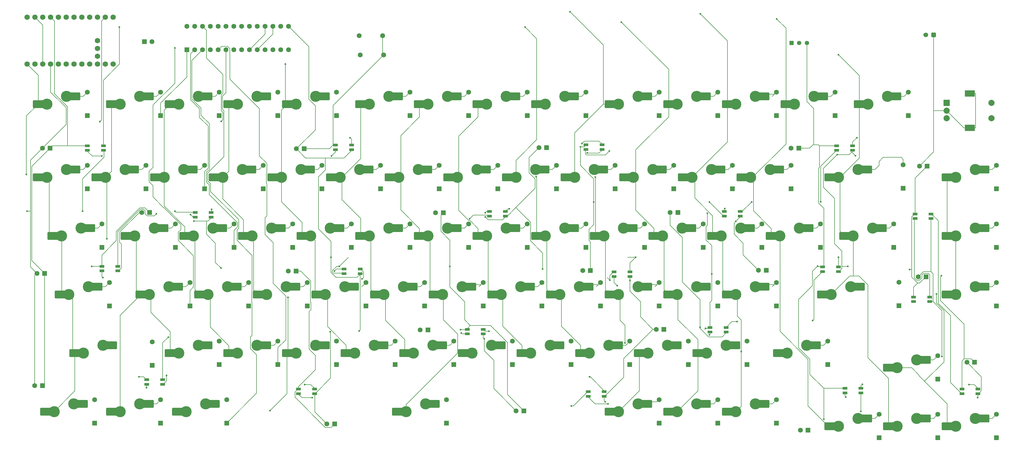
<source format=gbr>
%TF.GenerationSoftware,KiCad,Pcbnew,9.0.2*%
%TF.CreationDate,2025-07-31T22:41:45+05:30*%
%TF.ProjectId,clackintosh,636c6163-6b69-46e7-946f-73682e6b6963,rev?*%
%TF.SameCoordinates,Original*%
%TF.FileFunction,Copper,L2,Bot*%
%TF.FilePolarity,Positive*%
%FSLAX46Y46*%
G04 Gerber Fmt 4.6, Leading zero omitted, Abs format (unit mm)*
G04 Created by KiCad (PCBNEW 9.0.2) date 2025-07-31 22:41:45*
%MOMM*%
%LPD*%
G01*
G04 APERTURE LIST*
G04 Aperture macros list*
%AMRoundRect*
0 Rectangle with rounded corners*
0 $1 Rounding radius*
0 $2 $3 $4 $5 $6 $7 $8 $9 X,Y pos of 4 corners*
0 Add a 4 corners polygon primitive as box body*
4,1,4,$2,$3,$4,$5,$6,$7,$8,$9,$2,$3,0*
0 Add four circle primitives for the rounded corners*
1,1,$1+$1,$2,$3*
1,1,$1+$1,$4,$5*
1,1,$1+$1,$6,$7*
1,1,$1+$1,$8,$9*
0 Add four rect primitives between the rounded corners*
20,1,$1+$1,$2,$3,$4,$5,0*
20,1,$1+$1,$4,$5,$6,$7,0*
20,1,$1+$1,$6,$7,$8,$9,0*
20,1,$1+$1,$8,$9,$2,$3,0*%
G04 Aperture macros list end*
%TA.AperFunction,ComponentPad*%
%ADD10RoundRect,0.250000X0.550000X-0.550000X0.550000X0.550000X-0.550000X0.550000X-0.550000X-0.550000X0*%
%TD*%
%TA.AperFunction,ComponentPad*%
%ADD11C,1.600000*%
%TD*%
%TA.AperFunction,ComponentPad*%
%ADD12R,2.000000X2.000000*%
%TD*%
%TA.AperFunction,ComponentPad*%
%ADD13C,2.000000*%
%TD*%
%TA.AperFunction,ComponentPad*%
%ADD14R,3.200000X2.000000*%
%TD*%
%TA.AperFunction,SMDPad,CuDef*%
%ADD15RoundRect,0.082000X-0.718000X0.328000X-0.718000X-0.328000X0.718000X-0.328000X0.718000X0.328000X0*%
%TD*%
%TA.AperFunction,ComponentPad*%
%ADD16R,1.408000X1.408000*%
%TD*%
%TA.AperFunction,ComponentPad*%
%ADD17C,1.408000*%
%TD*%
%TA.AperFunction,ComponentPad*%
%ADD18RoundRect,0.250000X-0.550000X-0.550000X0.550000X-0.550000X0.550000X0.550000X-0.550000X0.550000X0*%
%TD*%
%TA.AperFunction,ComponentPad*%
%ADD19C,1.524000*%
%TD*%
%TA.AperFunction,ComponentPad*%
%ADD20RoundRect,0.250000X-0.512000X-0.512000X0.512000X-0.512000X0.512000X0.512000X-0.512000X0.512000X0*%
%TD*%
%TA.AperFunction,ComponentPad*%
%ADD21C,1.752600*%
%TD*%
%TA.AperFunction,SMDPad,CuDef*%
%ADD22RoundRect,0.250000X1.525000X1.000000X-1.525000X1.000000X-1.525000X-1.000000X1.525000X-1.000000X0*%
%TD*%
%TA.AperFunction,ComponentPad*%
%ADD23C,3.600000*%
%TD*%
%TA.AperFunction,ComponentPad*%
%ADD24RoundRect,0.250000X0.550000X0.550000X-0.550000X0.550000X-0.550000X-0.550000X0.550000X-0.550000X0*%
%TD*%
%TA.AperFunction,ViaPad*%
%ADD25C,0.600000*%
%TD*%
%TA.AperFunction,Conductor*%
%ADD26C,0.200000*%
%TD*%
G04 APERTURE END LIST*
D10*
%TO.P,D55,1,K*%
%TO.N,Row 4*%
X252887500Y-105012500D03*
D11*
%TO.P,D55,2,A*%
%TO.N,Net-(D55-A)*%
X252887500Y-97392500D03*
%TD*%
D10*
%TO.P,D61,1,K*%
%TO.N,Row 5*%
X110012500Y-124062500D03*
D11*
%TO.P,D61,2,A*%
%TO.N,Net-(D61-A)*%
X110012500Y-116442500D03*
%TD*%
D10*
%TO.P,D75,1,K*%
%TO.N,Row 6*%
X164781300Y-143112500D03*
D11*
%TO.P,D75,2,A*%
%TO.N,Net-(D75-A)*%
X164781300Y-135492500D03*
%TD*%
D10*
%TO.P,D17,1,K*%
%TO.N,Row 2*%
X86200000Y-66912500D03*
D11*
%TO.P,D17,2,A*%
%TO.N,Net-(D17-A)*%
X86200000Y-59292500D03*
%TD*%
D10*
%TO.P,D18,1,K*%
%TO.N,Row 2*%
X105250000Y-66912500D03*
D11*
%TO.P,D18,2,A*%
%TO.N,Net-(D18-A)*%
X105250000Y-59292500D03*
%TD*%
D12*
%TO.P,SW1,A,A*%
%TO.N,RE_R_A*%
X327250000Y-39000000D03*
D13*
%TO.P,SW1,B,B*%
%TO.N,RE_R_B*%
X327250000Y-44000000D03*
%TO.P,SW1,C,C*%
%TO.N,RE_SW_2*%
X327250000Y-41500000D03*
D14*
%TO.P,SW1,MP,MP*%
X334750000Y-35900000D03*
X334750000Y-47100000D03*
D13*
%TO.P,SW1,S1,S1*%
%TO.N,RE_SW_1*%
X341750000Y-44000000D03*
%TO.P,SW1,S2,S2*%
%TO.N,RE_SW_2*%
X341750000Y-39000000D03*
%TD*%
D10*
%TO.P,D56,1,K*%
%TO.N,Row 4*%
X271937500Y-105012500D03*
D11*
%TO.P,D56,2,A*%
%TO.N,Net-(D56-A)*%
X271937500Y-97392500D03*
%TD*%
D10*
%TO.P,D10,1,K*%
%TO.N,Row 1*%
X233837500Y-43100000D03*
D11*
%TO.P,D10,2,A*%
%TO.N,Net-(D10-A)*%
X233837500Y-35480000D03*
%TD*%
D15*
%TO.P,L16,1,VDD*%
%TO.N,VCC*%
X210800000Y-132899999D03*
%TO.P,L16,2,DOUT*%
%TO.N,Net-(L16-DOUT)*%
X210800000Y-134399999D03*
%TO.P,L16,3,VSS*%
%TO.N,RE_SW_2*%
X216000000Y-134399999D03*
%TO.P,L16,4,DIN*%
%TO.N,Net-(L15-DOUT)*%
X216000000Y-132899999D03*
%TD*%
%TO.P,L14,1,VDD*%
%TO.N,VCC*%
X67387500Y-129002499D03*
%TO.P,L14,2,DOUT*%
%TO.N,Net-(L14-DOUT)*%
X67387500Y-130502499D03*
%TO.P,L14,3,VSS*%
%TO.N,RE_SW_2*%
X72587500Y-130502499D03*
%TO.P,L14,4,DIN*%
%TO.N,Net-(L13-DOUT)*%
X72587500Y-129002499D03*
%TD*%
D10*
%TO.P,D23,1,K*%
%TO.N,Row 2*%
X200500000Y-66912500D03*
D11*
%TO.P,D23,2,A*%
%TO.N,Net-(D23-A)*%
X200500000Y-59292500D03*
%TD*%
D10*
%TO.P,D79,1,K*%
%TO.N,Row 6*%
X305275000Y-147875000D03*
D11*
%TO.P,D79,2,A*%
%TO.N,Net-(D79-A)*%
X305275000Y-140255000D03*
%TD*%
D10*
%TO.P,D50,1,K*%
%TO.N,Row 4*%
X157637500Y-105012500D03*
D11*
%TO.P,D50,2,A*%
%TO.N,Net-(D50-A)*%
X157637500Y-97392500D03*
%TD*%
D10*
%TO.P,D33,1,K*%
%TO.N,Row 3*%
X114775000Y-85962500D03*
D11*
%TO.P,D33,2,A*%
%TO.N,Net-(D33-A)*%
X114775000Y-78342500D03*
%TD*%
D10*
%TO.P,D67,1,K*%
%TO.N,Row 5*%
X224312500Y-124062500D03*
D11*
%TO.P,D67,2,A*%
%TO.N,Net-(D67-A)*%
X224312500Y-116442500D03*
%TD*%
D16*
%TO.P,SW2,1,A*%
%TO.N,RE_SW_2*%
X276812500Y-19500000D03*
D17*
%TO.P,SW2,2,B*%
%TO.N,SW_power*%
X279312500Y-19500000D03*
%TO.P,SW2,3,C*%
%TO.N,VCC*%
X281812500Y-19500000D03*
%TD*%
D10*
%TO.P,D8,1,K*%
%TO.N,Row 1*%
X190975000Y-43100000D03*
D11*
%TO.P,D8,2,A*%
%TO.N,Net-(D8-A)*%
X190975000Y-35480000D03*
%TD*%
D10*
%TO.P,D48,1,K*%
%TO.N,Row 4*%
X119537500Y-105012500D03*
D11*
%TO.P,D48,2,A*%
%TO.N,Net-(D48-A)*%
X119537500Y-97392500D03*
%TD*%
D10*
%TO.P,D4,1,K*%
%TO.N,Row 1*%
X110012500Y-43100000D03*
D11*
%TO.P,D4,2,A*%
%TO.N,Net-(D4-A)*%
X110012500Y-35480000D03*
%TD*%
D15*
%TO.P,L18,1,VDD*%
%TO.N,VCC*%
X332200000Y-131999999D03*
%TO.P,L18,2,DOUT*%
%TO.N,Net-(L18-DOUT)*%
X332200000Y-133499999D03*
%TO.P,L18,3,VSS*%
%TO.N,RE_SW_2*%
X337400000Y-133499999D03*
%TO.P,L18,4,DIN*%
%TO.N,Net-(L17-DOUT)*%
X337400000Y-131999999D03*
%TD*%
D10*
%TO.P,D63,1,K*%
%TO.N,Row 5*%
X148112500Y-124062500D03*
D11*
%TO.P,D63,2,A*%
%TO.N,Net-(D63-A)*%
X148112500Y-116442500D03*
%TD*%
D10*
%TO.P,D73,1,K*%
%TO.N,Row 6*%
X71912500Y-143112500D03*
D11*
%TO.P,D73,2,A*%
%TO.N,Net-(D73-A)*%
X71912500Y-135492500D03*
%TD*%
D10*
%TO.P,D30,1,K*%
%TO.N,Row 3*%
X52862500Y-85962500D03*
D11*
%TO.P,D30,2,A*%
%TO.N,Net-(D30-A)*%
X52862500Y-78342500D03*
%TD*%
D10*
%TO.P,D3,1,K*%
%TO.N,Row 1*%
X90962500Y-43100000D03*
D11*
%TO.P,D3,2,A*%
%TO.N,Net-(D3-A)*%
X90962500Y-35480000D03*
%TD*%
D10*
%TO.P,D12,1,K*%
%TO.N,Row 1*%
X271937500Y-43100000D03*
D11*
%TO.P,D12,2,A*%
%TO.N,Net-(D12-A)*%
X271937500Y-35480000D03*
%TD*%
D10*
%TO.P,D7,1,K*%
%TO.N,Row 1*%
X171925000Y-43100000D03*
D11*
%TO.P,D7,2,A*%
%TO.N,Net-(D7-A)*%
X171925000Y-35480000D03*
%TD*%
D10*
%TO.P,D40,1,K*%
%TO.N,Row 3*%
X248125000Y-85962500D03*
D11*
%TO.P,D40,2,A*%
%TO.N,Net-(D40-A)*%
X248125000Y-78342500D03*
%TD*%
D15*
%TO.P,L5,1,VDD*%
%TO.N,VCC*%
X255000000Y-74299999D03*
%TO.P,L5,2,DOUT*%
%TO.N,Net-(L5-DOUT)*%
X255000000Y-75799999D03*
%TO.P,L5,3,VSS*%
%TO.N,RE_SW_2*%
X260200000Y-75799999D03*
%TO.P,L5,4,DIN*%
%TO.N,Net-(L4-DOUT)*%
X260200000Y-74299999D03*
%TD*%
%TO.P,L6,1,VDD*%
%TO.N,VCC*%
X178700000Y-74299999D03*
%TO.P,L6,2,DOUT*%
%TO.N,Net-(L6-DOUT)*%
X178700000Y-75799999D03*
%TO.P,L6,3,VSS*%
%TO.N,RE_SW_2*%
X183900000Y-75799999D03*
%TO.P,L6,4,DIN*%
%TO.N,Net-(L5-DOUT)*%
X183900000Y-74299999D03*
%TD*%
%TO.P,L3,1,VDD*%
%TO.N,VCC*%
X210087500Y-52602499D03*
%TO.P,L3,2,DOUT*%
%TO.N,Net-(L3-DOUT)*%
X210087500Y-54102499D03*
%TO.P,L3,3,VSS*%
%TO.N,RE_SW_2*%
X215287500Y-54102499D03*
%TO.P,L3,4,DIN*%
%TO.N,Net-(L2-DOUT)*%
X215287500Y-52602499D03*
%TD*%
D10*
%TO.P,D26,1,K*%
%TO.N,Row 2*%
X257650000Y-66912500D03*
D11*
%TO.P,D26,2,A*%
%TO.N,Net-(D26-A)*%
X257650000Y-59292500D03*
%TD*%
D10*
%TO.P,D39,1,K*%
%TO.N,Row 3*%
X229075000Y-85962500D03*
D11*
%TO.P,D39,2,A*%
%TO.N,Net-(D39-A)*%
X229075000Y-78342500D03*
%TD*%
D10*
%TO.P,D47,1,K*%
%TO.N,Row 4*%
X100487500Y-105012500D03*
D11*
%TO.P,D47,2,A*%
%TO.N,Net-(D47-A)*%
X100487500Y-97392500D03*
%TD*%
D10*
%TO.P,D38,1,K*%
%TO.N,Row 3*%
X210025000Y-85962500D03*
D11*
%TO.P,D38,2,A*%
%TO.N,Net-(D38-A)*%
X210025000Y-78342500D03*
%TD*%
D10*
%TO.P,D69,1,K*%
%TO.N,Row 5*%
X262412500Y-124062500D03*
D11*
%TO.P,D69,2,A*%
%TO.N,Net-(D69-A)*%
X262412500Y-116442500D03*
%TD*%
D10*
%TO.P,D58,1,K*%
%TO.N,Row 4*%
X343375000Y-105012500D03*
D11*
%TO.P,D58,2,A*%
%TO.N,Net-(D58-A)*%
X343375000Y-97392500D03*
%TD*%
D10*
%TO.P,D22,1,K*%
%TO.N,Row 2*%
X181450000Y-66912500D03*
D11*
%TO.P,D22,2,A*%
%TO.N,Net-(D22-A)*%
X181450000Y-59292500D03*
%TD*%
D15*
%TO.P,L4,1,VDD*%
%TO.N,VCC*%
X291487500Y-52902499D03*
%TO.P,L4,2,DOUT*%
%TO.N,Net-(L4-DOUT)*%
X291487500Y-54402499D03*
%TO.P,L4,3,VSS*%
%TO.N,RE_SW_2*%
X296687500Y-54402499D03*
%TO.P,L4,4,DIN*%
%TO.N,Net-(L3-DOUT)*%
X296687500Y-52902499D03*
%TD*%
D10*
%TO.P,D72,1,K*%
%TO.N,Row 6*%
X50481300Y-143112500D03*
D11*
%TO.P,D72,2,A*%
%TO.N,Net-(D72-A)*%
X50481300Y-135492500D03*
%TD*%
D15*
%TO.P,L20,1,VDD*%
%TO.N,VCC*%
X316500000Y-102099999D03*
%TO.P,L20,2,DOUT*%
%TO.N,unconnected-(L20-DOUT-Pad2)*%
X316500000Y-103599999D03*
%TO.P,L20,3,VSS*%
%TO.N,RE_SW_2*%
X321700000Y-103599999D03*
%TO.P,L20,4,DIN*%
%TO.N,Net-(L19-DOUT)*%
X321700000Y-102099999D03*
%TD*%
D10*
%TO.P,D14,1,K*%
%TO.N,Row 1*%
X314800000Y-43100000D03*
D11*
%TO.P,D14,2,A*%
%TO.N,Net-(D14-A)*%
X314800000Y-35480000D03*
%TD*%
D10*
%TO.P,D6,1,K*%
%TO.N,Row 1*%
X152875000Y-43100000D03*
D11*
%TO.P,D6,2,A*%
%TO.N,Net-(D6-A)*%
X152875000Y-35480000D03*
%TD*%
D10*
%TO.P,D27,1,K*%
%TO.N,Row 2*%
X276700000Y-66912500D03*
D11*
%TO.P,D27,2,A*%
%TO.N,Net-(D27-A)*%
X276700000Y-59292500D03*
%TD*%
D10*
%TO.P,D2,1,K*%
%TO.N,Row 1*%
X71912500Y-43100000D03*
D11*
%TO.P,D2,2,A*%
%TO.N,Net-(D2-A)*%
X71912500Y-35480000D03*
%TD*%
D15*
%TO.P,L2,1,VDD*%
%TO.N,VCC*%
X128700000Y-52699999D03*
%TO.P,L2,2,DOUT*%
%TO.N,Net-(L2-DOUT)*%
X128700000Y-54199999D03*
%TO.P,L2,3,VSS*%
%TO.N,RE_SW_2*%
X133900000Y-54199999D03*
%TO.P,L2,4,DIN*%
%TO.N,Net-(L1-DOUT)*%
X133900000Y-52699999D03*
%TD*%
D10*
%TO.P,D24,1,K*%
%TO.N,Row 2*%
X219550000Y-66912500D03*
D11*
%TO.P,D24,2,A*%
%TO.N,Net-(D24-A)*%
X219550000Y-59292500D03*
%TD*%
D18*
%TO.P,C21,1*%
%TO.N,VCC*%
X66594900Y-19100000D03*
D11*
%TO.P,C21,2*%
%TO.N,RE_SW_2*%
X69094900Y-19100000D03*
%TD*%
D10*
%TO.P,D25,1,K*%
%TO.N,Row 2*%
X238600000Y-66912500D03*
D11*
%TO.P,D25,2,A*%
%TO.N,Net-(D25-A)*%
X238600000Y-59292500D03*
%TD*%
D10*
%TO.P,D42,1,K*%
%TO.N,Row 3*%
X286225000Y-85962500D03*
D11*
%TO.P,D42,2,A*%
%TO.N,Net-(D42-A)*%
X286225000Y-78342500D03*
%TD*%
D10*
%TO.P,D5,1,K*%
%TO.N,Row 1*%
X129062500Y-43100000D03*
D11*
%TO.P,D5,2,A*%
%TO.N,Net-(D5-A)*%
X129062500Y-35480000D03*
%TD*%
D10*
%TO.P,D62,1,K*%
%TO.N,Row 5*%
X129062500Y-124062500D03*
D11*
%TO.P,D62,2,A*%
%TO.N,Net-(D62-A)*%
X129062500Y-116442500D03*
%TD*%
D10*
%TO.P,D68,1,K*%
%TO.N,Row 5*%
X243362500Y-124062500D03*
D11*
%TO.P,D68,2,A*%
%TO.N,Net-(D68-A)*%
X243362500Y-116442500D03*
%TD*%
D19*
%TO.P,BT1,1,+*%
%TO.N,Batt+*%
X320460000Y-16900000D03*
D20*
%TO.P,BT1,2,-*%
%TO.N,RE_SW_2*%
X323000000Y-16900000D03*
%TD*%
D10*
%TO.P,D41,1,K*%
%TO.N,Row 3*%
X267175000Y-85962500D03*
D11*
%TO.P,D41,2,A*%
%TO.N,Net-(D41-A)*%
X267175000Y-78342500D03*
%TD*%
D10*
%TO.P,D32,1,K*%
%TO.N,Row 3*%
X95725000Y-85962500D03*
D11*
%TO.P,D32,2,A*%
%TO.N,Net-(D32-A)*%
X95725000Y-78342500D03*
%TD*%
D10*
%TO.P,D70,1,K*%
%TO.N,Row 5*%
X288606300Y-124062500D03*
D11*
%TO.P,D70,2,A*%
%TO.N,Net-(D70-A)*%
X288606300Y-116442500D03*
%TD*%
D10*
%TO.P,D52,1,K*%
%TO.N,Row 4*%
X195737500Y-105012500D03*
D11*
%TO.P,D52,2,A*%
%TO.N,Net-(D52-A)*%
X195737500Y-97392500D03*
%TD*%
D21*
%TO.P,U2,1,1*%
%TO.N,Col 1*%
X28510000Y-26320000D03*
%TO.P,U2,2,0*%
%TO.N,Col 2*%
X31050000Y-26320000D03*
%TO.P,U2,3,GND*%
%TO.N,RE_SW_2*%
X33590000Y-26320000D03*
%TO.P,U2,4,GND*%
X36130000Y-26320000D03*
%TO.P,U2,5,2*%
%TO.N,SDA*%
X38670000Y-26320000D03*
%TO.P,U2,6,3*%
%TO.N,SCL*%
X41210000Y-26320000D03*
%TO.P,U2,7,4*%
%TO.N,Col 3*%
X43750000Y-26320000D03*
%TO.P,U2,8,5*%
%TO.N,Col 4*%
X46290000Y-26320000D03*
%TO.P,U2,9,6*%
%TO.N,Col 5*%
X48830000Y-26320000D03*
%TO.P,U2,10,7*%
%TO.N,Col 6*%
X51370000Y-26320000D03*
%TO.P,U2,11,8*%
%TO.N,Col 7*%
X53910000Y-26320000D03*
%TO.P,U2,12,9*%
%TO.N,Col 8*%
X56450000Y-26320000D03*
%TO.P,U2,13,10*%
%TO.N,SW_power*%
X56450000Y-11080000D03*
%TO.P,U2,14,16*%
%TO.N,Col 15*%
X53910000Y-11080000D03*
%TO.P,U2,15,14*%
%TO.N,Col 14*%
X51370000Y-11080000D03*
%TO.P,U2,16,15*%
%TO.N,Col 13*%
X48830000Y-11080000D03*
%TO.P,U2,17,18*%
%TO.N,Col 12*%
X46290000Y-11080000D03*
%TO.P,U2,18,19*%
%TO.N,Col 11*%
X43750000Y-11080000D03*
%TO.P,U2,19,20*%
%TO.N,Col 10*%
X41210000Y-11080000D03*
%TO.P,U2,20,21*%
%TO.N,Col 9*%
X38670000Y-11080000D03*
%TO.P,U2,21,3.3v*%
%TO.N,VCC*%
X36130000Y-11080000D03*
%TO.P,U2,22,RST*%
%TO.N,unconnected-(U2-RST-Pad22)*%
X33590000Y-11080000D03*
%TO.P,U2,23,GND*%
%TO.N,RE_SW_2*%
X31050000Y-11080000D03*
%TO.P,U2,24,B+*%
%TO.N,Batt+*%
X28510000Y-11080000D03*
%TO.P,U2,25,1*%
%TO.N,unconnected-(U2-1-Pad25)*%
X51370000Y-23780000D03*
%TO.P,U2,26,2*%
%TO.N,unconnected-(U2-2-Pad26)*%
X51370000Y-21240000D03*
%TO.P,U2,27,7*%
%TO.N,unconnected-(U2-7-Pad27)*%
X51370000Y-18700000D03*
%TD*%
D15*
%TO.P,L1,1,VDD*%
%TO.N,VCC*%
X48100000Y-52899999D03*
%TO.P,L1,2,DOUT*%
%TO.N,Net-(L1-DOUT)*%
X48100000Y-54399999D03*
%TO.P,L1,3,VSS*%
%TO.N,RE_SW_2*%
X53300000Y-54399999D03*
%TO.P,L1,4,DIN*%
%TO.N,LED*%
X53300000Y-52899999D03*
%TD*%
D10*
%TO.P,D45,1,K*%
%TO.N,Row 4*%
X55243800Y-105012500D03*
D11*
%TO.P,D45,2,A*%
%TO.N,Net-(D45-A)*%
X55243800Y-97392500D03*
%TD*%
D10*
%TO.P,D59,1,K*%
%TO.N,Row 5*%
X69200000Y-124310000D03*
D11*
%TO.P,D59,2,A*%
%TO.N,Net-(D59-A)*%
X69200000Y-116690000D03*
%TD*%
D10*
%TO.P,D57,1,K*%
%TO.N,Row 4*%
X311700000Y-104910000D03*
D11*
%TO.P,D57,2,A*%
%TO.N,Net-(D57-A)*%
X311700000Y-97290000D03*
%TD*%
D10*
%TO.P,D9,1,K*%
%TO.N,Row 1*%
X210025000Y-43100000D03*
D11*
%TO.P,D9,2,A*%
%TO.N,Net-(D9-A)*%
X210025000Y-35480000D03*
%TD*%
D10*
%TO.P,D76,1,K*%
%TO.N,Row 6*%
X233837500Y-143112500D03*
D11*
%TO.P,D76,2,A*%
%TO.N,Net-(D76-A)*%
X233837500Y-135492500D03*
%TD*%
D10*
%TO.P,D34,1,K*%
%TO.N,Row 3*%
X133825000Y-85962500D03*
D11*
%TO.P,D34,2,A*%
%TO.N,Net-(D34-A)*%
X133825000Y-78342500D03*
%TD*%
D10*
%TO.P,D1,1,K*%
%TO.N,Row 1*%
X48100000Y-43100000D03*
D11*
%TO.P,D1,2,A*%
%TO.N,Net-(D1-A)*%
X48100000Y-35480000D03*
%TD*%
D10*
%TO.P,U1,1,GPB0*%
%TO.N,Row 1*%
X80440000Y-21700000D03*
D11*
%TO.P,U1,2,GPB1*%
%TO.N,Row 2*%
X82980000Y-21700000D03*
%TO.P,U1,3,GPB2*%
%TO.N,Row 3*%
X85520000Y-21700000D03*
%TO.P,U1,4,GPB3*%
%TO.N,Row 4*%
X88060000Y-21700000D03*
%TO.P,U1,5,GPB4*%
%TO.N,Row 5*%
X90600000Y-21700000D03*
%TO.P,U1,6,GPB5*%
%TO.N,Row 6*%
X93140000Y-21700000D03*
%TO.P,U1,7,GPB6*%
%TO.N,unconnected-(U1-GPB6-Pad7)*%
X95680000Y-21700000D03*
%TO.P,U1,8,GPB7*%
%TO.N,unconnected-(U1-GPB7-Pad8)*%
X98220000Y-21700000D03*
%TO.P,U1,9,VDD*%
%TO.N,VCC*%
X100760000Y-21700000D03*
%TO.P,U1,10,VSS*%
%TO.N,RE_SW_2*%
X103300000Y-21700000D03*
%TO.P,U1,11,NC*%
%TO.N,unconnected-(U1-NC-Pad11)*%
X105840000Y-21700000D03*
%TO.P,U1,12,SCK*%
%TO.N,SCL*%
X108380000Y-21700000D03*
%TO.P,U1,13,SDA*%
%TO.N,SDA*%
X110920000Y-21700000D03*
%TO.P,U1,14,NC*%
%TO.N,unconnected-(U1-NC-Pad14)*%
X113460000Y-21700000D03*
%TO.P,U1,15,A0*%
%TO.N,RE_SW_2*%
X113460000Y-14080000D03*
%TO.P,U1,16,A1*%
X110920000Y-14080000D03*
%TO.P,U1,17,A2*%
X108380000Y-14080000D03*
%TO.P,U1,18,~{RESET}*%
%TO.N,VCC*%
X105840000Y-14080000D03*
%TO.P,U1,19,INTB*%
%TO.N,unconnected-(U1-INTB-Pad19)*%
X103300000Y-14080000D03*
%TO.P,U1,20,INTA*%
%TO.N,unconnected-(U1-INTA-Pad20)*%
X100760000Y-14080000D03*
%TO.P,U1,21,GPA0*%
%TO.N,LED*%
X98220000Y-14080000D03*
%TO.P,U1,22,GPA1*%
%TO.N,unconnected-(U1-GPA1-Pad22)*%
X95680000Y-14080000D03*
%TO.P,U1,23,GPA2*%
%TO.N,RE_R_A*%
X93140000Y-14080000D03*
%TO.P,U1,24,GPA3*%
%TO.N,RE_R_B*%
X90600000Y-14080000D03*
%TO.P,U1,25,GPA4*%
%TO.N,unconnected-(U1-GPA4-Pad25)*%
X88060000Y-14080000D03*
%TO.P,U1,26,GPA5*%
%TO.N,RE_SW_1*%
X85520000Y-14080000D03*
%TO.P,U1,27,GPA6*%
%TO.N,unconnected-(U1-GPA6-Pad27)*%
X82980000Y-14080000D03*
%TO.P,U1,28,GPA7*%
%TO.N,unconnected-(U1-GPA7-Pad28)*%
X80440000Y-14080000D03*
%TD*%
D10*
%TO.P,D31,1,K*%
%TO.N,Row 3*%
X76675000Y-85962500D03*
D11*
%TO.P,D31,2,A*%
%TO.N,Net-(D31-A)*%
X76675000Y-78342500D03*
%TD*%
D15*
%TO.P,L7,1,VDD*%
%TO.N,VCC*%
X83100000Y-74599999D03*
%TO.P,L7,2,DOUT*%
%TO.N,Net-(L7-DOUT)*%
X83100000Y-76099999D03*
%TO.P,L7,3,VSS*%
%TO.N,RE_SW_2*%
X88300000Y-76099999D03*
%TO.P,L7,4,DIN*%
%TO.N,Net-(L6-DOUT)*%
X88300000Y-74599999D03*
%TD*%
%TO.P,L13,1,VDD*%
%TO.N,VCC*%
X171487500Y-112602499D03*
%TO.P,L13,2,DOUT*%
%TO.N,Net-(L13-DOUT)*%
X171487500Y-114102499D03*
%TO.P,L13,3,VSS*%
%TO.N,RE_SW_2*%
X176687500Y-114102499D03*
%TO.P,L13,4,DIN*%
%TO.N,Net-(L12-DOUT)*%
X176687500Y-112602499D03*
%TD*%
D10*
%TO.P,D37,1,K*%
%TO.N,Row 3*%
X190975000Y-85962500D03*
D11*
%TO.P,D37,2,A*%
%TO.N,Net-(D37-A)*%
X190975000Y-78342500D03*
%TD*%
D10*
%TO.P,D64,1,K*%
%TO.N,Row 5*%
X167162500Y-124062500D03*
D11*
%TO.P,D64,2,A*%
%TO.N,Net-(D64-A)*%
X167162500Y-116442500D03*
%TD*%
D10*
%TO.P,D81,1,K*%
%TO.N,Row 6*%
X343375000Y-147875000D03*
D11*
%TO.P,D81,2,A*%
%TO.N,Net-(D81-A)*%
X343375000Y-140255000D03*
%TD*%
D15*
%TO.P,L12,1,VDD*%
%TO.N,VCC*%
X250387500Y-112002499D03*
%TO.P,L12,2,DOUT*%
%TO.N,Net-(L12-DOUT)*%
X250387500Y-113502499D03*
%TO.P,L12,3,VSS*%
%TO.N,RE_SW_2*%
X255587500Y-113502499D03*
%TO.P,L12,4,DIN*%
%TO.N,Net-(L11-DOUT)*%
X255587500Y-112002499D03*
%TD*%
D10*
%TO.P,D16,1,K*%
%TO.N,Row 2*%
X67150000Y-66912500D03*
D11*
%TO.P,D16,2,A*%
%TO.N,Net-(D16-A)*%
X67150000Y-59292500D03*
%TD*%
D15*
%TO.P,L11,1,VDD*%
%TO.N,VCC*%
X286887500Y-92302499D03*
%TO.P,L11,2,DOUT*%
%TO.N,Net-(L11-DOUT)*%
X286887500Y-93802499D03*
%TO.P,L11,3,VSS*%
%TO.N,RE_SW_2*%
X292087500Y-93802499D03*
%TO.P,L11,4,DIN*%
%TO.N,Net-(L10-DOUT)*%
X292087500Y-92302499D03*
%TD*%
%TO.P,L10,1,VDD*%
%TO.N,VCC*%
X219187500Y-93902499D03*
%TO.P,L10,2,DOUT*%
%TO.N,Net-(L10-DOUT)*%
X219187500Y-95402499D03*
%TO.P,L10,3,VSS*%
%TO.N,RE_SW_2*%
X224387500Y-95402499D03*
%TO.P,L10,4,DIN*%
%TO.N,Net-(L10-DIN)*%
X224387500Y-93902499D03*
%TD*%
D10*
%TO.P,D78,1,K*%
%TO.N,Row 6*%
X271937500Y-143112500D03*
D11*
%TO.P,D78,2,A*%
%TO.N,Net-(D78-A)*%
X271937500Y-135492500D03*
%TD*%
D10*
%TO.P,D11,1,K*%
%TO.N,Row 1*%
X252887500Y-43100000D03*
D11*
%TO.P,D11,2,A*%
%TO.N,Net-(D11-A)*%
X252887500Y-35480000D03*
%TD*%
D10*
%TO.P,D77,1,K*%
%TO.N,Row 6*%
X252887500Y-143112500D03*
D11*
%TO.P,D77,2,A*%
%TO.N,Net-(D77-A)*%
X252887500Y-135492500D03*
%TD*%
%TO.P,R1,1*%
%TO.N,SDA*%
X136390000Y-17100000D03*
%TO.P,R1,2*%
%TO.N,VCC*%
X144010000Y-17100000D03*
%TD*%
D10*
%TO.P,D65,1,K*%
%TO.N,Row 5*%
X186212500Y-124062500D03*
D11*
%TO.P,D65,2,A*%
%TO.N,Net-(D65-A)*%
X186212500Y-116442500D03*
%TD*%
D10*
%TO.P,D60,1,K*%
%TO.N,Row 5*%
X90962500Y-124062500D03*
D11*
%TO.P,D60,2,A*%
%TO.N,Net-(D60-A)*%
X90962500Y-116442500D03*
%TD*%
D10*
%TO.P,D35,1,K*%
%TO.N,Row 3*%
X152875000Y-85962500D03*
D11*
%TO.P,D35,2,A*%
%TO.N,Net-(D35-A)*%
X152875000Y-78342500D03*
%TD*%
D10*
%TO.P,D53,1,K*%
%TO.N,Row 4*%
X214787500Y-105012500D03*
D11*
%TO.P,D53,2,A*%
%TO.N,Net-(D53-A)*%
X214787500Y-97392500D03*
%TD*%
D10*
%TO.P,D36,1,K*%
%TO.N,Row 3*%
X171925000Y-85962500D03*
D11*
%TO.P,D36,2,A*%
%TO.N,Net-(D36-A)*%
X171925000Y-78342500D03*
%TD*%
%TO.P,R2,1*%
%TO.N,VCC*%
X144310000Y-23400000D03*
%TO.P,R2,2*%
%TO.N,SCL*%
X136690000Y-23400000D03*
%TD*%
D10*
%TO.P,D21,1,K*%
%TO.N,Row 2*%
X162400000Y-66912500D03*
D11*
%TO.P,D21,2,A*%
%TO.N,Net-(D21-A)*%
X162400000Y-59292500D03*
%TD*%
D15*
%TO.P,L15,1,VDD*%
%TO.N,VCC*%
X116687500Y-132002499D03*
%TO.P,L15,2,DOUT*%
%TO.N,Net-(L15-DOUT)*%
X116687500Y-133502499D03*
%TO.P,L15,3,VSS*%
%TO.N,RE_SW_2*%
X121887500Y-133502499D03*
%TO.P,L15,4,DIN*%
%TO.N,Net-(L14-DOUT)*%
X121887500Y-132002499D03*
%TD*%
%TO.P,L17,1,VDD*%
%TO.N,VCC*%
X294187500Y-131802499D03*
%TO.P,L17,2,DOUT*%
%TO.N,Net-(L17-DOUT)*%
X294187500Y-133302499D03*
%TO.P,L17,3,VSS*%
%TO.N,RE_SW_2*%
X299387500Y-133302499D03*
%TO.P,L17,4,DIN*%
%TO.N,Net-(L16-DOUT)*%
X299387500Y-131802499D03*
%TD*%
%TO.P,L9,1,VDD*%
%TO.N,VCC*%
X131500000Y-92999999D03*
%TO.P,L9,2,DOUT*%
%TO.N,Net-(L10-DIN)*%
X131500000Y-94499999D03*
%TO.P,L9,3,VSS*%
%TO.N,RE_SW_2*%
X136700000Y-94499999D03*
%TO.P,L9,4,DIN*%
%TO.N,Net-(L8-DOUT)*%
X136700000Y-92999999D03*
%TD*%
D10*
%TO.P,D54,1,K*%
%TO.N,Row 4*%
X233837500Y-105012500D03*
D11*
%TO.P,D54,2,A*%
%TO.N,Net-(D54-A)*%
X233837500Y-97392500D03*
%TD*%
D10*
%TO.P,D15,1,K*%
%TO.N,Row 2*%
X48100000Y-66912500D03*
D11*
%TO.P,D15,2,A*%
%TO.N,Net-(D15-A)*%
X48100000Y-59292500D03*
%TD*%
D10*
%TO.P,D74,1,K*%
%TO.N,Row 6*%
X93343800Y-143112500D03*
D11*
%TO.P,D74,2,A*%
%TO.N,Net-(D74-A)*%
X93343800Y-135492500D03*
%TD*%
D10*
%TO.P,D71,1,K*%
%TO.N,Row 5*%
X324325000Y-128825000D03*
D11*
%TO.P,D71,2,A*%
%TO.N,Net-(D71-A)*%
X324325000Y-121205000D03*
%TD*%
D10*
%TO.P,D66,1,K*%
%TO.N,Row 5*%
X205262500Y-124062500D03*
D11*
%TO.P,D66,2,A*%
%TO.N,Net-(D66-A)*%
X205262500Y-116442500D03*
%TD*%
D15*
%TO.P,L8,1,VDD*%
%TO.N,VCC*%
X52787500Y-92102499D03*
%TO.P,L8,2,DOUT*%
%TO.N,Net-(L8-DOUT)*%
X52787500Y-93602499D03*
%TO.P,L8,3,VSS*%
%TO.N,RE_SW_2*%
X57987500Y-93602499D03*
%TO.P,L8,4,DIN*%
%TO.N,Net-(L7-DOUT)*%
X57987500Y-92102499D03*
%TD*%
D10*
%TO.P,D80,1,K*%
%TO.N,Row 6*%
X324325000Y-147875000D03*
D11*
%TO.P,D80,2,A*%
%TO.N,Net-(D80-A)*%
X324325000Y-140255000D03*
%TD*%
D10*
%TO.P,D29,1,K*%
%TO.N,Row 2*%
X343375000Y-66912500D03*
D11*
%TO.P,D29,2,A*%
%TO.N,Net-(D29-A)*%
X343375000Y-59292500D03*
%TD*%
D10*
%TO.P,D43,1,K*%
%TO.N,Row 3*%
X310037500Y-85962500D03*
D11*
%TO.P,D43,2,A*%
%TO.N,Net-(D43-A)*%
X310037500Y-78342500D03*
%TD*%
D10*
%TO.P,D49,1,K*%
%TO.N,Row 4*%
X138587500Y-105012500D03*
D11*
%TO.P,D49,2,A*%
%TO.N,Net-(D49-A)*%
X138587500Y-97392500D03*
%TD*%
D10*
%TO.P,D20,1,K*%
%TO.N,Row 2*%
X143350000Y-66912500D03*
D11*
%TO.P,D20,2,A*%
%TO.N,Net-(D20-A)*%
X143350000Y-59292500D03*
%TD*%
D10*
%TO.P,D51,1,K*%
%TO.N,Row 4*%
X176687500Y-105012500D03*
D11*
%TO.P,D51,2,A*%
%TO.N,Net-(D51-A)*%
X176687500Y-97392500D03*
%TD*%
D10*
%TO.P,D28,1,K*%
%TO.N,Row 2*%
X313100000Y-66720000D03*
D11*
%TO.P,D28,2,A*%
%TO.N,Net-(D28-A)*%
X313100000Y-59100000D03*
%TD*%
D10*
%TO.P,D19,1,K*%
%TO.N,Row 2*%
X124300000Y-66912500D03*
D11*
%TO.P,D19,2,A*%
%TO.N,Net-(D19-A)*%
X124300000Y-59292500D03*
%TD*%
D15*
%TO.P,L19,1,VDD*%
%TO.N,VCC*%
X316987500Y-75102499D03*
%TO.P,L19,2,DOUT*%
%TO.N,Net-(L19-DOUT)*%
X316987500Y-76602499D03*
%TO.P,L19,3,VSS*%
%TO.N,RE_SW_2*%
X322187500Y-76602499D03*
%TO.P,L19,4,DIN*%
%TO.N,Net-(L18-DOUT)*%
X322187500Y-75102499D03*
%TD*%
D10*
%TO.P,D44,1,K*%
%TO.N,Row 3*%
X343375000Y-85962500D03*
D11*
%TO.P,D44,2,A*%
%TO.N,Net-(D44-A)*%
X343375000Y-78342500D03*
%TD*%
D10*
%TO.P,D13,1,K*%
%TO.N,Row 1*%
X290987500Y-43100000D03*
D11*
%TO.P,D13,2,A*%
%TO.N,Net-(D13-A)*%
X290987500Y-35480000D03*
%TD*%
D10*
%TO.P,D46,1,K*%
%TO.N,Row 4*%
X81437500Y-105012500D03*
D11*
%TO.P,D46,2,A*%
%TO.N,Net-(D46-A)*%
X81437500Y-97392500D03*
%TD*%
D22*
%TO.P,S12,1,1*%
%TO.N,Col 12*%
X255987500Y-39370000D03*
D23*
X258762500Y-39370000D03*
%TO.P,S12,2,2*%
%TO.N,Net-(D12-A)*%
X265112500Y-36830000D03*
D22*
X267892500Y-36830000D03*
%TD*%
%TO.P,S70,1,1*%
%TO.N,Col 12*%
X272656300Y-120332500D03*
D23*
X275431300Y-120332500D03*
%TO.P,S70,2,2*%
%TO.N,Net-(D70-A)*%
X281781300Y-117792500D03*
D22*
X284561300Y-117792500D03*
%TD*%
%TO.P,S39,1,1*%
%TO.N,Col 10*%
X213125000Y-82232500D03*
D23*
X215900000Y-82232500D03*
%TO.P,S39,2,2*%
%TO.N,Net-(D39-A)*%
X222250000Y-79692500D03*
D22*
X225030000Y-79692500D03*
%TD*%
%TO.P,S57,1,1*%
%TO.N,Col 14*%
X286943800Y-101282500D03*
D23*
X289718800Y-101282500D03*
%TO.P,S57,2,2*%
%TO.N,Net-(D57-A)*%
X296068800Y-98742500D03*
D22*
X298848800Y-98742500D03*
%TD*%
%TO.P,S59,1,1*%
%TO.N,Col 1*%
X44056300Y-120332500D03*
D23*
X46831300Y-120332500D03*
%TO.P,S59,2,2*%
%TO.N,Net-(D59-A)*%
X53181300Y-117792500D03*
D22*
X55961300Y-117792500D03*
%TD*%
D24*
%TO.P,C14,1*%
%TO.N,VCC*%
X33505100Y-130900000D03*
D11*
%TO.P,C14,2*%
%TO.N,RE_SW_2*%
X31005100Y-130900000D03*
%TD*%
D22*
%TO.P,S65,1,1*%
%TO.N,Col 7*%
X170262500Y-120332500D03*
D23*
X173037500Y-120332500D03*
%TO.P,S65,2,2*%
%TO.N,Net-(D65-A)*%
X179387500Y-117792500D03*
D22*
X182167500Y-117792500D03*
%TD*%
%TO.P,S8,1,1*%
%TO.N,Col 8*%
X175025000Y-39370000D03*
D23*
X177800000Y-39370000D03*
%TO.P,S8,2,2*%
%TO.N,Net-(D8-A)*%
X184150000Y-36830000D03*
D22*
X186930000Y-36830000D03*
%TD*%
%TO.P,S44,1,1*%
%TO.N,Col 15*%
X327425000Y-82232500D03*
D23*
X330200000Y-82232500D03*
%TO.P,S44,2,2*%
%TO.N,Net-(D44-A)*%
X336550000Y-79692500D03*
D22*
X339330000Y-79692500D03*
%TD*%
%TO.P,S60,1,1*%
%TO.N,Col 2*%
X75012500Y-120332500D03*
D23*
X77787500Y-120332500D03*
%TO.P,S60,2,2*%
%TO.N,Net-(D60-A)*%
X84137500Y-117792500D03*
D22*
X86917500Y-117792500D03*
%TD*%
%TO.P,S47,1,1*%
%TO.N,Col 3*%
X84537500Y-101282500D03*
D23*
X87312500Y-101282500D03*
%TO.P,S47,2,2*%
%TO.N,Net-(D47-A)*%
X93662500Y-98742500D03*
D22*
X96442500Y-98742500D03*
%TD*%
%TO.P,S81,1,1*%
%TO.N,Col 15*%
X327425000Y-144145000D03*
D23*
X330200000Y-144145000D03*
%TO.P,S81,2,2*%
%TO.N,Net-(D81-A)*%
X336550000Y-141605000D03*
D22*
X339330000Y-141605000D03*
%TD*%
%TO.P,S69,1,1*%
%TO.N,Col 11*%
X246462500Y-120332500D03*
D23*
X249237500Y-120332500D03*
%TO.P,S69,2,2*%
%TO.N,Net-(D69-A)*%
X255587500Y-117792500D03*
D22*
X258367500Y-117792500D03*
%TD*%
D24*
%TO.P,C6,1*%
%TO.N,VCC*%
X163705100Y-74700000D03*
D11*
%TO.P,C6,2*%
%TO.N,RE_SW_2*%
X161205100Y-74700000D03*
%TD*%
D22*
%TO.P,S66,1,1*%
%TO.N,Col 8*%
X189312500Y-120332500D03*
D23*
X192087500Y-120332500D03*
%TO.P,S66,2,2*%
%TO.N,Net-(D66-A)*%
X198437500Y-117792500D03*
D22*
X201217500Y-117792500D03*
%TD*%
%TO.P,S9,1,1*%
%TO.N,Col 9*%
X194075000Y-39370000D03*
D23*
X196850000Y-39370000D03*
%TO.P,S9,2,2*%
%TO.N,Net-(D9-A)*%
X203200000Y-36830000D03*
D22*
X205980000Y-36830000D03*
%TD*%
%TO.P,S77,1,1*%
%TO.N,Col 11*%
X236937500Y-139382500D03*
D23*
X239712500Y-139382500D03*
%TO.P,S77,2,2*%
%TO.N,Net-(D77-A)*%
X246062500Y-136842500D03*
D22*
X248842500Y-136842500D03*
%TD*%
D24*
%TO.P,C8,1*%
%TO.N,VCC*%
X34205100Y-94400000D03*
D11*
%TO.P,C8,2*%
%TO.N,RE_SW_2*%
X31705100Y-94400000D03*
%TD*%
D22*
%TO.P,S30,1,1*%
%TO.N,Col 1*%
X36912500Y-82232500D03*
D23*
X39687500Y-82232500D03*
%TO.P,S30,2,2*%
%TO.N,Net-(D30-A)*%
X46037500Y-79692500D03*
D22*
X48817500Y-79692500D03*
%TD*%
D24*
%TO.P,C20,1*%
%TO.N,VCC*%
X320500000Y-95500000D03*
D11*
%TO.P,C20,2*%
%TO.N,RE_SW_2*%
X318000000Y-95500000D03*
%TD*%
D24*
%TO.P,C7,1*%
%TO.N,VCC*%
X68300000Y-74600000D03*
D11*
%TO.P,C7,2*%
%TO.N,RE_SW_2*%
X65800000Y-74600000D03*
%TD*%
D22*
%TO.P,S40,1,1*%
%TO.N,Col 11*%
X232175000Y-82232500D03*
D23*
X234950000Y-82232500D03*
%TO.P,S40,2,2*%
%TO.N,Net-(D40-A)*%
X241300000Y-79692500D03*
D22*
X244080000Y-79692500D03*
%TD*%
%TO.P,S38,1,1*%
%TO.N,Col 9*%
X194075000Y-82232500D03*
D23*
X196850000Y-82232500D03*
%TO.P,S38,2,2*%
%TO.N,Net-(D38-A)*%
X203200000Y-79692500D03*
D22*
X205980000Y-79692500D03*
%TD*%
%TO.P,S76,1,1*%
%TO.N,Col 10*%
X217887500Y-139382500D03*
D23*
X220662500Y-139382500D03*
%TO.P,S76,2,2*%
%TO.N,Net-(D76-A)*%
X227012500Y-136842500D03*
D22*
X229792500Y-136842500D03*
%TD*%
D24*
%TO.P,C10,1*%
%TO.N,VCC*%
X211500000Y-93500000D03*
D11*
%TO.P,C10,2*%
%TO.N,RE_SW_2*%
X209000000Y-93500000D03*
%TD*%
D22*
%TO.P,S52,1,1*%
%TO.N,Col 8*%
X179787500Y-101282500D03*
D23*
X182562500Y-101282500D03*
%TO.P,S52,2,2*%
%TO.N,Net-(D52-A)*%
X188912500Y-98742500D03*
D22*
X191692500Y-98742500D03*
%TD*%
%TO.P,S79,1,1*%
%TO.N,Col 13*%
X289325000Y-144145000D03*
D23*
X292100000Y-144145000D03*
%TO.P,S79,2,2*%
%TO.N,Net-(D79-A)*%
X298450000Y-141605000D03*
D22*
X301230000Y-141605000D03*
%TD*%
%TO.P,S2,1,1*%
%TO.N,Col 2*%
X55962500Y-39370000D03*
D23*
X58737500Y-39370000D03*
%TO.P,S2,2,2*%
%TO.N,Net-(D2-A)*%
X65087500Y-36830000D03*
D22*
X67867500Y-36830000D03*
%TD*%
%TO.P,S17,1,1*%
%TO.N,Col 3*%
X70250000Y-63182500D03*
D23*
X73025000Y-63182500D03*
%TO.P,S17,2,2*%
%TO.N,Net-(D17-A)*%
X79375000Y-60642500D03*
D22*
X82155000Y-60642500D03*
%TD*%
%TO.P,S41,1,1*%
%TO.N,Col 12*%
X251225000Y-82232500D03*
D23*
X254000000Y-82232500D03*
%TO.P,S41,2,2*%
%TO.N,Net-(D41-A)*%
X260350000Y-79692500D03*
D22*
X263130000Y-79692500D03*
%TD*%
%TO.P,S80,1,1*%
%TO.N,Col 14*%
X308375000Y-144145000D03*
D23*
X311150000Y-144145000D03*
%TO.P,S80,2,2*%
%TO.N,Net-(D80-A)*%
X317500000Y-141605000D03*
D22*
X320280000Y-141605000D03*
%TD*%
%TO.P,S32,1,1*%
%TO.N,Col 3*%
X79775000Y-82232500D03*
D23*
X82550000Y-82232500D03*
%TO.P,S32,2,2*%
%TO.N,Net-(D32-A)*%
X88900000Y-79692500D03*
D22*
X91680000Y-79692500D03*
%TD*%
%TO.P,S75,1,1*%
%TO.N,Col 7*%
X148831300Y-139382500D03*
D23*
X151606300Y-139382500D03*
%TO.P,S75,2,2*%
%TO.N,Net-(D75-A)*%
X157956300Y-136842500D03*
D22*
X160736300Y-136842500D03*
%TD*%
%TO.P,S37,1,1*%
%TO.N,Col 8*%
X175025000Y-82232500D03*
D23*
X177800000Y-82232500D03*
%TO.P,S37,2,2*%
%TO.N,Net-(D37-A)*%
X184150000Y-79692500D03*
D22*
X186930000Y-79692500D03*
%TD*%
%TO.P,S4,1,1*%
%TO.N,Col 4*%
X94062500Y-39370000D03*
D23*
X96837500Y-39370000D03*
%TO.P,S4,2,2*%
%TO.N,Net-(D4-A)*%
X103187500Y-36830000D03*
D22*
X105967500Y-36830000D03*
%TD*%
%TO.P,S18,1,1*%
%TO.N,Col 4*%
X89300000Y-63182500D03*
D23*
X92075000Y-63182500D03*
%TO.P,S18,2,2*%
%TO.N,Net-(D18-A)*%
X98425000Y-60642500D03*
D22*
X101205000Y-60642500D03*
%TD*%
%TO.P,S20,1,1*%
%TO.N,Col 6*%
X127400000Y-63182500D03*
D23*
X130175000Y-63182500D03*
%TO.P,S20,2,2*%
%TO.N,Net-(D20-A)*%
X136525000Y-60642500D03*
D22*
X139305000Y-60642500D03*
%TD*%
D24*
%TO.P,C2,1*%
%TO.N,VCC*%
X118500000Y-53900000D03*
D11*
%TO.P,C2,2*%
%TO.N,RE_SW_2*%
X116000000Y-53900000D03*
%TD*%
D22*
%TO.P,S14,1,1*%
%TO.N,Col 14*%
X298850000Y-39370000D03*
D23*
X301625000Y-39370000D03*
%TO.P,S14,2,2*%
%TO.N,Net-(D14-A)*%
X307975000Y-36830000D03*
D22*
X310755000Y-36830000D03*
%TD*%
D24*
%TO.P,C1,1*%
%TO.N,VCC*%
X35994900Y-53700000D03*
D11*
%TO.P,C1,2*%
%TO.N,RE_SW_2*%
X33494900Y-53700000D03*
%TD*%
D22*
%TO.P,S27,1,1*%
%TO.N,Col 13*%
X260750000Y-63182500D03*
D23*
X263525000Y-63182500D03*
%TO.P,S27,2,2*%
%TO.N,Net-(D27-A)*%
X269875000Y-60642500D03*
D22*
X272655000Y-60642500D03*
%TD*%
D24*
%TO.P,C4,1*%
%TO.N,VCC*%
X279205113Y-53700000D03*
D11*
%TO.P,C4,2*%
%TO.N,RE_SW_2*%
X276705113Y-53700000D03*
%TD*%
D22*
%TO.P,S71,1,1*%
%TO.N,Col 15*%
X308375000Y-125095000D03*
D23*
X311150000Y-125095000D03*
%TO.P,S71,2,2*%
%TO.N,Net-(D71-A)*%
X317500000Y-122555000D03*
D22*
X320280000Y-122555000D03*
%TD*%
%TO.P,S29,1,1*%
%TO.N,Col 15*%
X327425000Y-63182500D03*
D23*
X330200000Y-63182500D03*
%TO.P,S29,2,2*%
%TO.N,Net-(D29-A)*%
X336550000Y-60642500D03*
D22*
X339330000Y-60642500D03*
%TD*%
%TO.P,S58,1,1*%
%TO.N,Col 15*%
X327425000Y-101282500D03*
D23*
X330200000Y-101282500D03*
%TO.P,S58,2,2*%
%TO.N,Net-(D58-A)*%
X336550000Y-98742500D03*
D22*
X339330000Y-98742500D03*
%TD*%
%TO.P,S49,1,1*%
%TO.N,Col 5*%
X122637500Y-101282500D03*
D23*
X125412500Y-101282500D03*
%TO.P,S49,2,2*%
%TO.N,Net-(D49-A)*%
X131762500Y-98742500D03*
D22*
X134542500Y-98742500D03*
%TD*%
%TO.P,S23,1,1*%
%TO.N,Col 9*%
X184550000Y-63182500D03*
D23*
X187325000Y-63182500D03*
%TO.P,S23,2,2*%
%TO.N,Net-(D23-A)*%
X193675000Y-60642500D03*
D22*
X196455000Y-60642500D03*
%TD*%
%TO.P,S33,1,1*%
%TO.N,Col 4*%
X98825000Y-82232500D03*
D23*
X101600000Y-82232500D03*
%TO.P,S33,2,2*%
%TO.N,Net-(D33-A)*%
X107950000Y-79692500D03*
D22*
X110730000Y-79692500D03*
%TD*%
D24*
%TO.P,C13,1*%
%TO.N,VCC*%
X158700000Y-112800000D03*
D11*
%TO.P,C13,2*%
%TO.N,RE_SW_2*%
X156200000Y-112800000D03*
%TD*%
D24*
%TO.P,C18,1*%
%TO.N,VCC*%
X336300000Y-123300000D03*
D11*
%TO.P,C18,2*%
%TO.N,RE_SW_2*%
X333800000Y-123300000D03*
%TD*%
D22*
%TO.P,S78,1,1*%
%TO.N,Col 12*%
X255987500Y-139382500D03*
D23*
X258762500Y-139382500D03*
%TO.P,S78,2,2*%
%TO.N,Net-(D78-A)*%
X265112500Y-136842500D03*
D22*
X267892500Y-136842500D03*
%TD*%
%TO.P,S46,1,1*%
%TO.N,Col 2*%
X65487500Y-101282500D03*
D23*
X68262500Y-101282500D03*
%TO.P,S46,2,2*%
%TO.N,Net-(D46-A)*%
X74612500Y-98742500D03*
D22*
X77392500Y-98742500D03*
%TD*%
%TO.P,S68,1,1*%
%TO.N,Col 10*%
X227412500Y-120332500D03*
D23*
X230187500Y-120332500D03*
%TO.P,S68,2,2*%
%TO.N,Net-(D68-A)*%
X236537500Y-117792500D03*
D22*
X239317500Y-117792500D03*
%TD*%
%TO.P,S31,1,1*%
%TO.N,Col 2*%
X60725000Y-82232500D03*
D23*
X63500000Y-82232500D03*
%TO.P,S31,2,2*%
%TO.N,Net-(D31-A)*%
X69850000Y-79692500D03*
D22*
X72630000Y-79692500D03*
%TD*%
%TO.P,S24,1,1*%
%TO.N,Col 10*%
X203600000Y-63182500D03*
D23*
X206375000Y-63182500D03*
%TO.P,S24,2,2*%
%TO.N,Net-(D24-A)*%
X212725000Y-60642500D03*
D22*
X215505000Y-60642500D03*
%TD*%
%TO.P,S6,1,1*%
%TO.N,Col 6*%
X136925000Y-39370000D03*
D23*
X139700000Y-39370000D03*
%TO.P,S6,2,2*%
%TO.N,Net-(D6-A)*%
X146050000Y-36830000D03*
D22*
X148830000Y-36830000D03*
%TD*%
%TO.P,S11,1,1*%
%TO.N,Col 11*%
X236937500Y-39370000D03*
D23*
X239712500Y-39370000D03*
%TO.P,S11,2,2*%
%TO.N,Net-(D11-A)*%
X246062500Y-36830000D03*
D22*
X248842500Y-36830000D03*
%TD*%
%TO.P,S45,1,1*%
%TO.N,Col 1*%
X39293800Y-101282500D03*
D23*
X42068800Y-101282500D03*
%TO.P,S45,2,2*%
%TO.N,Net-(D45-A)*%
X48418800Y-98742500D03*
D22*
X51198800Y-98742500D03*
%TD*%
D24*
%TO.P,C5,1*%
%TO.N,VCC*%
X239905100Y-74600000D03*
D11*
%TO.P,C5,2*%
%TO.N,RE_SW_2*%
X237405100Y-74600000D03*
%TD*%
D22*
%TO.P,S73,1,1*%
%TO.N,Col 2*%
X55962500Y-139382500D03*
D23*
X58737500Y-139382500D03*
%TO.P,S73,2,2*%
%TO.N,Net-(D73-A)*%
X65087500Y-136842500D03*
D22*
X67867500Y-136842500D03*
%TD*%
%TO.P,S26,1,1*%
%TO.N,Col 12*%
X241700000Y-63182500D03*
D23*
X244475000Y-63182500D03*
%TO.P,S26,2,2*%
%TO.N,Net-(D26-A)*%
X250825000Y-60642500D03*
D22*
X253605000Y-60642500D03*
%TD*%
D24*
%TO.P,C3,1*%
%TO.N,VCC*%
X197300000Y-53500000D03*
D11*
%TO.P,C3,2*%
%TO.N,RE_SW_2*%
X194800000Y-53500000D03*
%TD*%
D22*
%TO.P,S51,1,1*%
%TO.N,Col 7*%
X160737500Y-101282500D03*
D23*
X163512500Y-101282500D03*
%TO.P,S51,2,2*%
%TO.N,Net-(D51-A)*%
X169862500Y-98742500D03*
D22*
X172642500Y-98742500D03*
%TD*%
%TO.P,S35,1,1*%
%TO.N,Col 6*%
X136925000Y-82232500D03*
D23*
X139700000Y-82232500D03*
%TO.P,S35,2,2*%
%TO.N,Net-(D35-A)*%
X146050000Y-79692500D03*
D22*
X148830000Y-79692500D03*
%TD*%
%TO.P,S36,1,1*%
%TO.N,Col 7*%
X155975000Y-82232500D03*
D23*
X158750000Y-82232500D03*
%TO.P,S36,2,2*%
%TO.N,Net-(D36-A)*%
X165100000Y-79692500D03*
D22*
X167880000Y-79692500D03*
%TD*%
%TO.P,S15,1,1*%
%TO.N,Col 1*%
X32150000Y-63182500D03*
D23*
X34925000Y-63182500D03*
%TO.P,S15,2,2*%
%TO.N,Net-(D15-A)*%
X41275000Y-60642500D03*
D22*
X44055000Y-60642500D03*
%TD*%
%TO.P,S61,1,1*%
%TO.N,Col 3*%
X94062500Y-120332500D03*
D23*
X96837500Y-120332500D03*
%TO.P,S61,2,2*%
%TO.N,Net-(D61-A)*%
X103187500Y-117792500D03*
D22*
X105967500Y-117792500D03*
%TD*%
%TO.P,S72,1,1*%
%TO.N,Col 1*%
X34531300Y-139382500D03*
D23*
X37306300Y-139382500D03*
%TO.P,S72,2,2*%
%TO.N,Net-(D72-A)*%
X43656300Y-136842500D03*
D22*
X46436300Y-136842500D03*
%TD*%
%TO.P,S25,1,1*%
%TO.N,Col 11*%
X222650000Y-63182500D03*
D23*
X225425000Y-63182500D03*
%TO.P,S25,2,2*%
%TO.N,Net-(D25-A)*%
X231775000Y-60642500D03*
D22*
X234555000Y-60642500D03*
%TD*%
%TO.P,S54,1,1*%
%TO.N,Col 10*%
X217887500Y-101282500D03*
D23*
X220662500Y-101282500D03*
%TO.P,S54,2,2*%
%TO.N,Net-(D54-A)*%
X227012500Y-98742500D03*
D22*
X229792500Y-98742500D03*
%TD*%
D24*
%TO.P,C17,1*%
%TO.N,VCC*%
X282200000Y-145400000D03*
D11*
%TO.P,C17,2*%
%TO.N,RE_SW_2*%
X279700000Y-145400000D03*
%TD*%
D22*
%TO.P,S63,1,1*%
%TO.N,Col 5*%
X132162500Y-120332500D03*
D23*
X134937500Y-120332500D03*
%TO.P,S63,2,2*%
%TO.N,Net-(D63-A)*%
X141287500Y-117792500D03*
D22*
X144067500Y-117792500D03*
%TD*%
D24*
%TO.P,C12,1*%
%TO.N,VCC*%
X235405100Y-112600000D03*
D11*
%TO.P,C12,2*%
%TO.N,RE_SW_2*%
X232905100Y-112600000D03*
%TD*%
D22*
%TO.P,S7,1,1*%
%TO.N,Col 7*%
X155975000Y-39370000D03*
D23*
X158750000Y-39370000D03*
%TO.P,S7,2,2*%
%TO.N,Net-(D7-A)*%
X165100000Y-36830000D03*
D22*
X167880000Y-36830000D03*
%TD*%
D24*
%TO.P,C11,1*%
%TO.N,VCC*%
X268600000Y-93400000D03*
D11*
%TO.P,C11,2*%
%TO.N,RE_SW_2*%
X266100000Y-93400000D03*
%TD*%
D22*
%TO.P,S16,1,1*%
%TO.N,Col 2*%
X51200000Y-63182500D03*
D23*
X53975000Y-63182500D03*
%TO.P,S16,2,2*%
%TO.N,Net-(D16-A)*%
X60325000Y-60642500D03*
D22*
X63105000Y-60642500D03*
%TD*%
D24*
%TO.P,C19,1*%
%TO.N,VCC*%
X320900000Y-59500000D03*
D11*
%TO.P,C19,2*%
%TO.N,RE_SW_2*%
X318400000Y-59500000D03*
%TD*%
D22*
%TO.P,S1,1,1*%
%TO.N,Col 1*%
X32150000Y-39370000D03*
D23*
X34925000Y-39370000D03*
%TO.P,S1,2,2*%
%TO.N,Net-(D1-A)*%
X41275000Y-36830000D03*
D22*
X44055000Y-36830000D03*
%TD*%
%TO.P,S67,1,1*%
%TO.N,Col 9*%
X208362500Y-120332500D03*
D23*
X211137500Y-120332500D03*
%TO.P,S67,2,2*%
%TO.N,Net-(D67-A)*%
X217487500Y-117792500D03*
D22*
X220267500Y-117792500D03*
%TD*%
%TO.P,S48,1,1*%
%TO.N,Col 4*%
X103587500Y-101282500D03*
D23*
X106362500Y-101282500D03*
%TO.P,S48,2,2*%
%TO.N,Net-(D48-A)*%
X112712500Y-98742500D03*
D22*
X115492500Y-98742500D03*
%TD*%
D24*
%TO.P,C16,1*%
%TO.N,VCC*%
X189900000Y-139100000D03*
D11*
%TO.P,C16,2*%
%TO.N,RE_SW_2*%
X187400000Y-139100000D03*
%TD*%
D22*
%TO.P,S74,1,1*%
%TO.N,Col 4*%
X77393800Y-139382500D03*
D23*
X80168800Y-139382500D03*
%TO.P,S74,2,2*%
%TO.N,Net-(D74-A)*%
X86518800Y-136842500D03*
D22*
X89298800Y-136842500D03*
%TD*%
%TO.P,S62,1,1*%
%TO.N,Col 4*%
X113112500Y-120332500D03*
D23*
X115887500Y-120332500D03*
%TO.P,S62,2,2*%
%TO.N,Net-(D62-A)*%
X122237500Y-117792500D03*
D22*
X125017500Y-117792500D03*
%TD*%
%TO.P,S19,1,1*%
%TO.N,Col 5*%
X108350000Y-63182500D03*
D23*
X111125000Y-63182500D03*
%TO.P,S19,2,2*%
%TO.N,Net-(D19-A)*%
X117475000Y-60642500D03*
D22*
X120255000Y-60642500D03*
%TD*%
%TO.P,S22,1,1*%
%TO.N,Col 8*%
X165500000Y-63182500D03*
D23*
X168275000Y-63182500D03*
%TO.P,S22,2,2*%
%TO.N,Net-(D22-A)*%
X174625000Y-60642500D03*
D22*
X177405000Y-60642500D03*
%TD*%
%TO.P,S5,1,1*%
%TO.N,Col 5*%
X113112500Y-39370000D03*
D23*
X115887500Y-39370000D03*
%TO.P,S5,2,2*%
%TO.N,Net-(D5-A)*%
X122237500Y-36830000D03*
D22*
X125017500Y-36830000D03*
%TD*%
%TO.P,S53,1,1*%
%TO.N,Col 9*%
X198837500Y-101282500D03*
D23*
X201612500Y-101282500D03*
%TO.P,S53,2,2*%
%TO.N,Net-(D53-A)*%
X207962500Y-98742500D03*
D22*
X210742500Y-98742500D03*
%TD*%
%TO.P,S10,1,1*%
%TO.N,Col 10*%
X217887500Y-39370000D03*
D23*
X220662500Y-39370000D03*
%TO.P,S10,2,2*%
%TO.N,Net-(D10-A)*%
X227012500Y-36830000D03*
D22*
X229792500Y-36830000D03*
%TD*%
%TO.P,S64,1,1*%
%TO.N,Col 6*%
X151212500Y-120332500D03*
D23*
X153987500Y-120332500D03*
%TO.P,S64,2,2*%
%TO.N,Net-(D64-A)*%
X160337500Y-117792500D03*
D22*
X163117500Y-117792500D03*
%TD*%
%TO.P,S28,1,1*%
%TO.N,Col 14*%
X289325000Y-63182500D03*
D23*
X292100000Y-63182500D03*
%TO.P,S28,2,2*%
%TO.N,Net-(D28-A)*%
X298450000Y-60642500D03*
D22*
X301230000Y-60642500D03*
%TD*%
%TO.P,S3,1,1*%
%TO.N,Col 3*%
X75012500Y-39370000D03*
D23*
X77787500Y-39370000D03*
%TO.P,S3,2,2*%
%TO.N,Net-(D3-A)*%
X84137500Y-36830000D03*
D22*
X86917500Y-36830000D03*
%TD*%
%TO.P,S55,1,1*%
%TO.N,Col 11*%
X236937500Y-101282500D03*
D23*
X239712500Y-101282500D03*
%TO.P,S55,2,2*%
%TO.N,Net-(D55-A)*%
X246062500Y-98742500D03*
D22*
X248842500Y-98742500D03*
%TD*%
%TO.P,S42,1,1*%
%TO.N,Col 13*%
X270275000Y-82232500D03*
D23*
X273050000Y-82232500D03*
%TO.P,S42,2,2*%
%TO.N,Net-(D42-A)*%
X279400000Y-79692500D03*
D22*
X282180000Y-79692500D03*
%TD*%
%TO.P,S50,1,1*%
%TO.N,Col 6*%
X141687500Y-101282500D03*
D23*
X144462500Y-101282500D03*
%TO.P,S50,2,2*%
%TO.N,Net-(D50-A)*%
X150812500Y-98742500D03*
D22*
X153592500Y-98742500D03*
%TD*%
D24*
%TO.P,C15,1*%
%TO.N,VCC*%
X128400000Y-143400000D03*
D11*
%TO.P,C15,2*%
%TO.N,RE_SW_2*%
X125900000Y-143400000D03*
%TD*%
D22*
%TO.P,S13,1,1*%
%TO.N,Col 13*%
X275037500Y-39370000D03*
D23*
X277812500Y-39370000D03*
%TO.P,S13,2,2*%
%TO.N,Net-(D13-A)*%
X284162500Y-36830000D03*
D22*
X286942500Y-36830000D03*
%TD*%
D24*
%TO.P,C9,1*%
%TO.N,VCC*%
X115900000Y-93700000D03*
D11*
%TO.P,C9,2*%
%TO.N,RE_SW_2*%
X113400000Y-93700000D03*
%TD*%
D22*
%TO.P,S56,1,1*%
%TO.N,Col 12*%
X255987500Y-101282500D03*
D23*
X258762500Y-101282500D03*
%TO.P,S56,2,2*%
%TO.N,Net-(D56-A)*%
X265112500Y-98742500D03*
D22*
X267892500Y-98742500D03*
%TD*%
%TO.P,S34,1,1*%
%TO.N,Col 5*%
X117875000Y-82232500D03*
D23*
X120650000Y-82232500D03*
%TO.P,S34,2,2*%
%TO.N,Net-(D34-A)*%
X127000000Y-79692500D03*
D22*
X129780000Y-79692500D03*
%TD*%
%TO.P,S43,1,1*%
%TO.N,Col 14*%
X294087500Y-82232500D03*
D23*
X296862500Y-82232500D03*
%TO.P,S43,2,2*%
%TO.N,Net-(D43-A)*%
X303212500Y-79692500D03*
D22*
X305992500Y-79692500D03*
%TD*%
%TO.P,S21,1,1*%
%TO.N,Col 7*%
X146450000Y-63182500D03*
D23*
X149225000Y-63182500D03*
%TO.P,S21,2,2*%
%TO.N,Net-(D21-A)*%
X155575000Y-60642500D03*
D22*
X158355000Y-60642500D03*
%TD*%
D25*
%TO.N,Row 4*%
X76503800Y-21083100D03*
%TO.N,Net-(L1-DOUT)*%
X133399300Y-50277400D03*
X52814400Y-56273100D03*
%TO.N,VCC*%
X76503800Y-74216600D03*
X217825700Y-96593400D03*
X250918600Y-94561600D03*
X212600300Y-71224200D03*
X255214300Y-73305000D03*
X49553300Y-92171000D03*
X285354400Y-92033500D03*
X177359600Y-74663800D03*
X249532000Y-74868300D03*
X325520200Y-95163400D03*
X165895600Y-92171000D03*
X248904400Y-112319700D03*
X315241600Y-93196600D03*
X287335100Y-141826500D03*
X64806400Y-128008200D03*
X128337000Y-93701600D03*
X208237200Y-53269800D03*
X205267300Y-137558900D03*
X169338000Y-112740700D03*
%TO.N,LED*%
X58536800Y-14368600D03*
%TO.N,Net-(L2-DOUT)*%
X127410300Y-56262200D03*
X208782900Y-52138000D03*
%TO.N,Net-(L3-DOUT)*%
X298096800Y-50277400D03*
X217643300Y-54652100D03*
%TO.N,Net-(L4-DOUT)*%
X263862400Y-71224200D03*
X286336100Y-71115800D03*
%TO.N,Net-(L5-DOUT)*%
X250184800Y-71224200D03*
X185122100Y-73441300D03*
%TO.N,Net-(L6-DOUT)*%
X172327800Y-76627600D03*
X88483400Y-73581000D03*
%TO.N,Net-(L7-DOUT)*%
X70556500Y-75010500D03*
X81630400Y-75288600D03*
%TO.N,Net-(L10-DOUT)*%
X292099600Y-89140500D03*
X220239800Y-98404800D03*
%TO.N,Net-(L10-DIN)*%
X129942300Y-92115500D03*
X226228800Y-89178600D03*
%TO.N,Net-(L11-DOUT)*%
X283693200Y-109751300D03*
X259168300Y-110125400D03*
%TO.N,Net-(L12-DOUT)*%
X178573600Y-113195100D03*
X250184800Y-114415800D03*
%TO.N,Net-(L13-DOUT)*%
X169596300Y-113827300D03*
X74390000Y-115182500D03*
%TO.N,Net-(L14-DOUT)*%
X67328300Y-131596100D03*
X118735600Y-130544000D03*
%TO.N,Net-(L15-DOUT)*%
X211256300Y-128079800D03*
X121191500Y-134836700D03*
%TO.N,Col 1*%
X28306000Y-62247000D03*
%TO.N,Col 2*%
X54449600Y-83193800D03*
%TO.N,Col 4*%
X113316300Y-102202300D03*
X107464100Y-139038300D03*
%TO.N,Col 5*%
X112437800Y-26336600D03*
%TO.N,Col 9*%
X190294800Y-14368600D03*
X193896500Y-62962800D03*
%TO.N,RE_SW_1*%
X91589200Y-44976300D03*
%TO.N,RE_SW_2*%
X216346700Y-136153400D03*
X295102300Y-92171000D03*
X299357100Y-139276000D03*
X196005600Y-92969100D03*
X82744800Y-77409300D03*
X177054200Y-115698700D03*
X247140400Y-111912300D03*
X258741600Y-77533900D03*
X177359600Y-76055100D03*
X73847000Y-127587900D03*
X46558800Y-74216600D03*
X91476300Y-92632100D03*
X136393800Y-113117800D03*
X224387500Y-96671600D03*
X337274000Y-134775500D03*
X291670300Y-55813500D03*
X126962400Y-113402100D03*
X325744700Y-121391400D03*
X28522800Y-74216600D03*
X127252500Y-89178600D03*
X210492500Y-55260800D03*
X297563200Y-56174000D03*
%TO.N,Col 10*%
X204890500Y-9293600D03*
X222714700Y-117010700D03*
X213112100Y-63092800D03*
%TO.N,Col 11*%
X221578200Y-12708300D03*
%TO.N,Col 12*%
X247190300Y-10026300D03*
X260489500Y-119821100D03*
%TO.N,Col 13*%
X272055400Y-11709500D03*
%TO.N,Col 14*%
X292107800Y-23345800D03*
%TO.N,Col 15*%
X52125300Y-45100200D03*
X323923000Y-101148200D03*
%TO.N,Net-(L8-DOUT)*%
X53154200Y-95799600D03*
X137345500Y-96229400D03*
%TO.N,Net-(L16-DOUT)*%
X299866800Y-130484100D03*
X217245300Y-136846100D03*
%TO.N,Net-(L17-DOUT)*%
X294488800Y-134600500D03*
X334523400Y-130572200D03*
%TD*%
D26*
%TO.N,Net-(D1-A)*%
X41275000Y-36830000D02*
X44055000Y-36830000D01*
X44055000Y-36830000D02*
X46750000Y-36830000D01*
X46750000Y-36830000D02*
X48100000Y-35480000D01*
X46750000Y-36830000D02*
X48100000Y-35480000D01*
X44055000Y-36830000D02*
X46750000Y-36830000D01*
%TO.N,Row 1*%
X80440000Y-21700000D02*
X80440000Y-30565900D01*
X71912500Y-39093400D02*
X71912500Y-43100000D01*
X80440000Y-30565900D02*
X71912500Y-39093400D01*
%TO.N,Net-(D2-A)*%
X67867500Y-36830000D02*
X70562500Y-36830000D01*
X67867500Y-36830000D02*
X70562500Y-36830000D01*
X65087500Y-36830000D02*
X67867500Y-36830000D01*
X70562500Y-36830000D02*
X71912500Y-35480000D01*
X70562500Y-36830000D02*
X71912500Y-35480000D01*
%TO.N,Net-(D3-A)*%
X84137500Y-36830000D02*
X86917500Y-36830000D01*
X89612500Y-36830000D02*
X90962500Y-35480000D01*
X89612500Y-36830000D02*
X90962500Y-35480000D01*
X86917500Y-36830000D02*
X89612500Y-36830000D01*
X86917500Y-36830000D02*
X89612500Y-36830000D01*
%TO.N,Net-(D4-A)*%
X103187500Y-36830000D02*
X105967500Y-36830000D01*
%TO.N,Net-(D5-A)*%
X122237500Y-36830000D02*
X125017500Y-36830000D01*
%TO.N,Net-(D6-A)*%
X151525000Y-36830000D02*
X152875000Y-35480000D01*
X146050000Y-36830000D02*
X148830000Y-36830000D01*
X151525000Y-36830000D02*
X152875000Y-35480000D01*
X148830000Y-36830000D02*
X151525000Y-36830000D01*
X148830000Y-36830000D02*
X151525000Y-36830000D01*
%TO.N,Net-(D7-A)*%
X167880000Y-36830000D02*
X170575000Y-36830000D01*
X167880000Y-36830000D02*
X170575000Y-36830000D01*
X170575000Y-36830000D02*
X171925000Y-35480000D01*
X170575000Y-36830000D02*
X171925000Y-35480000D01*
X165100000Y-36830000D02*
X167880000Y-36830000D01*
%TO.N,Net-(D8-A)*%
X186930000Y-36830000D02*
X189625000Y-36830000D01*
X189625000Y-36830000D02*
X190975000Y-35480000D01*
X184150000Y-36830000D02*
X186930000Y-36830000D01*
X189625000Y-36830000D02*
X190975000Y-35480000D01*
X186930000Y-36830000D02*
X189625000Y-36830000D01*
%TO.N,Net-(D9-A)*%
X203200000Y-36830000D02*
X205980000Y-36830000D01*
X208675000Y-36830000D02*
X210025000Y-35480000D01*
X205980000Y-36830000D02*
X208675000Y-36830000D01*
X205980000Y-36830000D02*
X208675000Y-36830000D01*
X208675000Y-36830000D02*
X210025000Y-35480000D01*
%TO.N,Net-(D10-A)*%
X229792000Y-36830000D02*
X231140300Y-36830000D01*
X227012500Y-36830000D02*
X229792000Y-36830000D01*
X231140300Y-36830000D02*
X232487500Y-36830000D01*
X229792000Y-36830000D02*
X229792500Y-36830000D01*
X229792500Y-36830000D02*
X231140300Y-36830000D01*
X232487500Y-36830000D02*
X233837500Y-35480000D01*
X231140300Y-36830000D02*
X232487500Y-36830000D01*
%TO.N,Row 2*%
X86200000Y-61325100D02*
X86200000Y-66912500D01*
X81850700Y-38184300D02*
X82017000Y-38350600D01*
X84531300Y-43695300D02*
X87337100Y-46501100D01*
X87337100Y-60188000D02*
X86200000Y-61325100D01*
X81615300Y-37948900D02*
X81850700Y-38184300D01*
X81850700Y-38184300D02*
X82017000Y-38350600D01*
X87337100Y-46501100D02*
X87337100Y-60188000D01*
X81615300Y-23064700D02*
X81615300Y-37948900D01*
X82017000Y-38350600D02*
X84531300Y-40864900D01*
X82980000Y-21700000D02*
X81615300Y-23064700D01*
X84531300Y-40864900D02*
X84531300Y-43695300D01*
%TO.N,Net-(D11-A)*%
X246062500Y-36830000D02*
X248842000Y-36830000D01*
X248842000Y-36830000D02*
X250190300Y-36830000D01*
X250190300Y-36830000D02*
X251537500Y-36830000D01*
X248842000Y-36830000D02*
X248842500Y-36830000D01*
X250190300Y-36830000D02*
X251537500Y-36830000D01*
X251537500Y-36830000D02*
X252887500Y-35480000D01*
X248842500Y-36830000D02*
X250190300Y-36830000D01*
%TO.N,Net-(D12-A)*%
X271937500Y-35480000D02*
X271937600Y-35480000D01*
X271937600Y-35480000D02*
X271937800Y-35480200D01*
X271262900Y-36155100D02*
X271937800Y-35480200D01*
X270588000Y-36830000D02*
X271262900Y-36155100D01*
X265112500Y-36830000D02*
X267892500Y-36830000D01*
X271262900Y-36155100D02*
X268567400Y-36155100D01*
X268567400Y-36155100D02*
X267892500Y-36830000D01*
X270588000Y-36830000D02*
X271262900Y-36155100D01*
X271262900Y-36155100D02*
X271937800Y-35480200D01*
%TO.N,Net-(D13-A)*%
X288290300Y-36830000D02*
X289637500Y-36830000D01*
X286942500Y-36830000D02*
X288290300Y-36830000D01*
X284162500Y-36830000D02*
X286942000Y-36830000D01*
X289637500Y-36830000D02*
X290987500Y-35480000D01*
X286942000Y-36830000D02*
X288290300Y-36830000D01*
X286942000Y-36830000D02*
X286942500Y-36830000D01*
X288290300Y-36830000D02*
X289637500Y-36830000D01*
%TO.N,Net-(D14-A)*%
X313450000Y-36830000D02*
X314800000Y-35480000D01*
X310755000Y-36830000D02*
X313450000Y-36830000D01*
X307975000Y-36830000D02*
X310755000Y-36830000D01*
X310755000Y-36830000D02*
X313450000Y-36830000D01*
X313450000Y-36830000D02*
X314800000Y-35480000D01*
%TO.N,Net-(D15-A)*%
X44055000Y-60642500D02*
X46750000Y-60642500D01*
X41275000Y-60642500D02*
X44055000Y-60642500D01*
X44055000Y-60642500D02*
X46750000Y-60642500D01*
X46750000Y-60642500D02*
X48100000Y-59292500D01*
X46750000Y-60642500D02*
X48100000Y-59292500D01*
%TO.N,Net-(D16-A)*%
X60325000Y-60642500D02*
X63105000Y-60642500D01*
X65800000Y-60642500D02*
X67150000Y-59292500D01*
X65800000Y-60642500D02*
X67150000Y-59292500D01*
X63105000Y-60642500D02*
X65800000Y-60642500D01*
X63105000Y-60642500D02*
X65800000Y-60642500D01*
%TO.N,Net-(D17-A)*%
X82155000Y-60642500D02*
X84850000Y-60642500D01*
X79375000Y-60642500D02*
X82155000Y-60642500D01*
X82155000Y-60642500D02*
X84850000Y-60642500D01*
X84850000Y-60642500D02*
X86200000Y-59292500D01*
X84850000Y-60642500D02*
X86200000Y-59292500D01*
%TO.N,Net-(D18-A)*%
X103900000Y-60642500D02*
X105250000Y-59292500D01*
X101205000Y-60642500D02*
X103900000Y-60642500D01*
X103900000Y-60642500D02*
X105250000Y-59292500D01*
X101205000Y-60642500D02*
X103900000Y-60642500D01*
X98425000Y-60642500D02*
X101205000Y-60642500D01*
%TO.N,Net-(D19-A)*%
X122950000Y-60642500D02*
X124300000Y-59292500D01*
X120255000Y-60642500D02*
X122950000Y-60642500D01*
X117475000Y-60642500D02*
X120255000Y-60642500D01*
X122950000Y-60642500D02*
X124300000Y-59292500D01*
X120255000Y-60642500D02*
X122950000Y-60642500D01*
%TO.N,Row 3*%
X96844600Y-77886700D02*
X96844600Y-79354200D01*
X96844600Y-79354200D02*
X95725000Y-80473800D01*
X87763300Y-45730800D02*
X87763300Y-60525600D01*
X86765400Y-61523500D02*
X86765400Y-64699900D01*
X87000800Y-64935300D02*
X87167100Y-65101600D01*
X87000800Y-64935300D02*
X87167100Y-65101600D01*
X87721000Y-65655500D02*
X87721000Y-68763100D01*
X85025400Y-42992900D02*
X87763300Y-45730800D01*
X87763300Y-60525600D02*
X86765400Y-61523500D01*
X87167100Y-65101600D02*
X87721000Y-65655500D01*
X87721000Y-68763100D02*
X96844600Y-77886700D01*
X86765400Y-64699900D02*
X87000800Y-64935300D01*
X85025400Y-40690100D02*
X85025400Y-42992900D01*
X82017000Y-37681700D02*
X85025400Y-40690100D01*
X95725000Y-80473800D02*
X95725000Y-85962500D01*
X82017000Y-25203000D02*
X82017000Y-37681700D01*
X85520000Y-21700000D02*
X82017000Y-25203000D01*
%TO.N,Net-(D20-A)*%
X139305000Y-60642500D02*
X142000000Y-60642500D01*
X142000000Y-60642500D02*
X143350000Y-59292500D01*
X136525000Y-60642500D02*
X139305000Y-60642500D01*
X139305000Y-60642500D02*
X142000000Y-60642500D01*
X142000000Y-60642500D02*
X143350000Y-59292500D01*
%TO.N,Net-(D21-A)*%
X158355000Y-60642500D02*
X161050000Y-60642500D01*
X161050000Y-60642500D02*
X162400000Y-59292500D01*
X155575000Y-60642500D02*
X158355000Y-60642500D01*
X158355000Y-60642500D02*
X161050000Y-60642500D01*
X161050000Y-60642500D02*
X162400000Y-59292500D01*
%TO.N,Net-(D22-A)*%
X180100000Y-60642500D02*
X181450000Y-59292500D01*
X180100000Y-60642500D02*
X181450000Y-59292500D01*
X174625000Y-60642500D02*
X177405000Y-60642500D01*
X177405000Y-60642500D02*
X180100000Y-60642500D01*
X177405000Y-60642500D02*
X180100000Y-60642500D01*
%TO.N,Net-(D23-A)*%
X193675000Y-60642500D02*
X196455000Y-60642500D01*
X196455000Y-60642500D02*
X199150000Y-60642500D01*
X199150000Y-60642500D02*
X200500000Y-59292500D01*
X199150000Y-60642500D02*
X200500000Y-59292500D01*
X196455000Y-60642500D02*
X199150000Y-60642500D01*
%TO.N,Net-(D24-A)*%
X212725000Y-60642500D02*
X215505000Y-60642500D01*
X215505000Y-60642500D02*
X218200000Y-60642500D01*
X218200000Y-60642500D02*
X219550000Y-59292500D01*
X215505000Y-60642500D02*
X218200000Y-60642500D01*
X218200000Y-60642500D02*
X219550000Y-59292500D01*
%TO.N,Net-(D25-A)*%
X237250000Y-60642500D02*
X238600000Y-59292500D01*
X237250000Y-60642500D02*
X238600000Y-59292500D01*
X234555000Y-60642500D02*
X237250000Y-60642500D01*
X231775000Y-60642500D02*
X234555000Y-60642500D01*
X234555000Y-60642500D02*
X237250000Y-60642500D01*
%TO.N,Net-(D26-A)*%
X256300000Y-60642500D02*
X257650000Y-59292500D01*
X253605000Y-60642500D02*
X256300000Y-60642500D01*
X250825000Y-60642500D02*
X253605000Y-60642500D01*
X253605000Y-60642500D02*
X256300000Y-60642500D01*
X256300000Y-60642500D02*
X257650000Y-59292500D01*
%TO.N,Net-(D27-A)*%
X272655000Y-60642500D02*
X275350000Y-60642500D01*
X275350000Y-60642500D02*
X276700000Y-59292500D01*
X275350000Y-60642500D02*
X276700000Y-59292500D01*
X272655000Y-60642500D02*
X275350000Y-60642500D01*
X269875000Y-60642500D02*
X272655000Y-60642500D01*
%TO.N,Net-(D28-A)*%
X301230000Y-60642500D02*
X303925000Y-60642500D01*
X303925000Y-60642500D02*
X305275000Y-59292500D01*
X298450000Y-60642500D02*
X301230000Y-60642500D01*
X313100000Y-57300000D02*
X313100000Y-59100000D01*
X305275000Y-59292500D02*
X305275000Y-58025000D01*
X301230000Y-60642500D02*
X303925000Y-60642500D01*
X306600000Y-56700000D02*
X312500000Y-56700000D01*
X312500000Y-56700000D02*
X313100000Y-57300000D01*
X303925000Y-60642500D02*
X305275000Y-59292500D01*
X305275000Y-58025000D02*
X306600000Y-56700000D01*
%TO.N,Row 4*%
X78452800Y-80174600D02*
X77647300Y-80980100D01*
X81437500Y-100010200D02*
X81437500Y-105012500D01*
X73031700Y-73070300D02*
X78452800Y-78491400D01*
X82581100Y-98866600D02*
X81437500Y-100010200D01*
X69381600Y-65913500D02*
X69381600Y-69520200D01*
X77647300Y-83704200D02*
X82581100Y-88638000D01*
X77647300Y-80980100D02*
X77647300Y-83704200D01*
X78452800Y-78491400D02*
X78452800Y-80174600D01*
X76503800Y-32631000D02*
X69456100Y-39678700D01*
X72931700Y-73070300D02*
X73031700Y-73070300D01*
X68122300Y-61263400D02*
X68122300Y-64654200D01*
X69381600Y-69520200D02*
X72931700Y-73070300D01*
X82581100Y-88638000D02*
X82581100Y-98866600D01*
X69456100Y-39678700D02*
X69456100Y-59929600D01*
X69456100Y-59929600D02*
X68122300Y-61263400D01*
X76503800Y-21083100D02*
X76503800Y-32631000D01*
X68122300Y-64654200D02*
X69381600Y-65913500D01*
%TO.N,Net-(D29-A)*%
X342025000Y-60642500D02*
X343375000Y-59292500D01*
X342025000Y-60642500D02*
X343375000Y-59292500D01*
X339330000Y-60642500D02*
X342025000Y-60642500D01*
X336550000Y-60642500D02*
X339330000Y-60642500D01*
X339330000Y-60642500D02*
X342025000Y-60642500D01*
%TO.N,Row 5*%
X105824600Y-81790500D02*
X108462700Y-84428600D01*
X106376100Y-58618500D02*
X106376100Y-61703800D01*
X112597600Y-115981400D02*
X110012500Y-118566500D01*
X94410000Y-21354700D02*
X94410000Y-31272500D01*
X106220500Y-65048100D02*
X106393800Y-65221400D01*
X94410000Y-31272500D02*
X103983100Y-40845600D01*
X93624200Y-20568900D02*
X94410000Y-21354700D01*
X110012500Y-118566500D02*
X110012500Y-124062500D01*
X108462700Y-97666800D02*
X112597600Y-101801700D01*
X108462700Y-84428600D02*
X108462700Y-97666800D01*
X106393800Y-75719100D02*
X105824600Y-76288300D01*
X106376100Y-61703800D02*
X106220500Y-61859400D01*
X106220500Y-61859400D02*
X106220500Y-65048100D01*
X105824600Y-76288300D02*
X105824600Y-81790500D01*
X103983100Y-56225500D02*
X106376100Y-58618500D01*
X91731100Y-20568900D02*
X93624200Y-20568900D01*
X112597600Y-101801700D02*
X112597600Y-115981400D01*
X106393800Y-65221400D02*
X106393800Y-75719100D01*
X103983100Y-40845600D02*
X103983100Y-56225500D01*
X90600000Y-21700000D02*
X91731100Y-20568900D01*
%TO.N,Net-(D30-A)*%
X46037500Y-79692500D02*
X48817500Y-79692500D01*
X48817500Y-79692500D02*
X51512500Y-79692500D01*
X51512500Y-79692500D02*
X52862500Y-78342500D01*
X48817500Y-79692500D02*
X51512500Y-79692500D01*
X51512500Y-79692500D02*
X52862500Y-78342500D01*
%TO.N,Row 6*%
X101632300Y-114555600D02*
X101632300Y-103865500D01*
X92476700Y-56470800D02*
X92476700Y-41480300D01*
X96728900Y-80271200D02*
X97246300Y-79753800D01*
X93343800Y-143112500D02*
X103049800Y-133406500D01*
X96728900Y-83686300D02*
X96728900Y-80271200D01*
X101080700Y-118859800D02*
X101080700Y-115107200D01*
X87167100Y-61780400D02*
X92476700Y-56470800D01*
X88122700Y-65311800D02*
X87167100Y-64356200D01*
X92138400Y-41142000D02*
X91972100Y-40975700D01*
X101632600Y-88590000D02*
X96728900Y-83686300D01*
X97246300Y-76925500D02*
X88122700Y-67801900D01*
X87167100Y-64356200D02*
X87167100Y-61780400D01*
X101080700Y-115107200D02*
X101632300Y-114555600D01*
X101467500Y-103700700D02*
X101467500Y-99949900D01*
X93140000Y-35661900D02*
X93140000Y-21700000D01*
X101632300Y-103865500D02*
X101467500Y-103700700D01*
X103049800Y-120828900D02*
X101080700Y-118859800D01*
X101632600Y-99784800D02*
X101632600Y-88590000D01*
X92138400Y-41142000D02*
X91972100Y-40975700D01*
X91972100Y-40975700D02*
X91972100Y-36829800D01*
X92476700Y-41480300D02*
X92138400Y-41142000D01*
X103049800Y-133406500D02*
X103049800Y-120828900D01*
X91972100Y-36829800D02*
X93140000Y-35661900D01*
X88122700Y-67801900D02*
X88122700Y-65311800D01*
X101467500Y-99949900D02*
X101632600Y-99784800D01*
X97246300Y-79753800D02*
X97246300Y-76925500D01*
%TO.N,Net-(D31-A)*%
X72630000Y-79692500D02*
X75325000Y-79692500D01*
X75325000Y-79692500D02*
X76675000Y-78342500D01*
X69850000Y-79692500D02*
X72630000Y-79692500D01*
X75325000Y-79692500D02*
X76675000Y-78342500D01*
X72630000Y-79692500D02*
X75325000Y-79692500D01*
%TO.N,Net-(D32-A)*%
X94375000Y-79692500D02*
X95725000Y-78342500D01*
X91680000Y-79692500D02*
X94375000Y-79692500D01*
X94375000Y-79692500D02*
X95725000Y-78342500D01*
X88900000Y-79692500D02*
X91680000Y-79692500D01*
X91680000Y-79692500D02*
X94375000Y-79692500D01*
%TO.N,Net-(D33-A)*%
X110730000Y-79692500D02*
X113425000Y-79692500D01*
X110730000Y-79692500D02*
X113425000Y-79692500D01*
X107950000Y-79692500D02*
X110730000Y-79692500D01*
X113425000Y-79692500D02*
X114775000Y-78342500D01*
X113425000Y-79692500D02*
X114775000Y-78342500D01*
%TO.N,Net-(D34-A)*%
X129780000Y-79692500D02*
X132475000Y-79692500D01*
X132475000Y-79692500D02*
X133825000Y-78342500D01*
X132475000Y-79692500D02*
X133825000Y-78342500D01*
X127000000Y-79692500D02*
X129780000Y-79692500D01*
X129780000Y-79692500D02*
X132475000Y-79692500D01*
%TO.N,Net-(D35-A)*%
X151525000Y-79692500D02*
X152875000Y-78342500D01*
X146050000Y-79692500D02*
X148830000Y-79692500D01*
X148830000Y-79692500D02*
X151525000Y-79692500D01*
X151525000Y-79692500D02*
X152875000Y-78342500D01*
X148830000Y-79692500D02*
X151525000Y-79692500D01*
%TO.N,Net-(D36-A)*%
X165100000Y-79692500D02*
X167880000Y-79692500D01*
X167880000Y-79692500D02*
X170575000Y-79692500D01*
X170575000Y-79692500D02*
X171925000Y-78342500D01*
X170575000Y-79692500D02*
X171925000Y-78342500D01*
X167880000Y-79692500D02*
X170575000Y-79692500D01*
%TO.N,Net-(D37-A)*%
X189625000Y-79692500D02*
X190975000Y-78342500D01*
X186930000Y-79692500D02*
X189625000Y-79692500D01*
X186930000Y-79692500D02*
X189625000Y-79692500D01*
X184150000Y-79692500D02*
X186930000Y-79692500D01*
X189625000Y-79692500D02*
X190975000Y-78342500D01*
%TO.N,Net-(D38-A)*%
X208675000Y-79692500D02*
X210025000Y-78342500D01*
X205980000Y-79692500D02*
X208675000Y-79692500D01*
X203200000Y-79692500D02*
X205980000Y-79692500D01*
X208675000Y-79692500D02*
X210025000Y-78342500D01*
X205980000Y-79692500D02*
X208675000Y-79692500D01*
%TO.N,Net-(D39-A)*%
X225030000Y-79692500D02*
X227725000Y-79692500D01*
X225030000Y-79692500D02*
X227725000Y-79692500D01*
X227725000Y-79692500D02*
X229075000Y-78342500D01*
X222250000Y-79692500D02*
X225030000Y-79692500D01*
X227725000Y-79692500D02*
X229075000Y-78342500D01*
%TO.N,Net-(D40-A)*%
X244080000Y-79692500D02*
X246775000Y-79692500D01*
X244080000Y-79692500D02*
X246775000Y-79692500D01*
X246775000Y-79692500D02*
X248125000Y-78342500D01*
X241300000Y-79692500D02*
X244080000Y-79692500D01*
X246775000Y-79692500D02*
X248125000Y-78342500D01*
%TO.N,Net-(D41-A)*%
X263130000Y-79692500D02*
X265825000Y-79692500D01*
X265825000Y-79692500D02*
X267175000Y-78342500D01*
X263130000Y-79692500D02*
X265825000Y-79692500D01*
X265825000Y-79692500D02*
X267175000Y-78342500D01*
X260350000Y-79692500D02*
X263130000Y-79692500D01*
%TO.N,Net-(D42-A)*%
X282180000Y-79692500D02*
X284875000Y-79692500D01*
X279400000Y-79692500D02*
X282180000Y-79692500D01*
X284875000Y-79692500D02*
X286225000Y-78342500D01*
X282180000Y-79692500D02*
X284875000Y-79692500D01*
X284875000Y-79692500D02*
X286225000Y-78342500D01*
%TO.N,Net-(D43-A)*%
X307340300Y-79692500D02*
X308687500Y-79692500D01*
X303212500Y-79692500D02*
X305992000Y-79692500D01*
X308687500Y-79692500D02*
X310037500Y-78342500D01*
X305992000Y-79692500D02*
X307340300Y-79692500D01*
X307340300Y-79692500D02*
X308687500Y-79692500D01*
X305992000Y-79692500D02*
X305992500Y-79692500D01*
X305992500Y-79692500D02*
X307340300Y-79692500D01*
%TO.N,Net-(D44-A)*%
X336550000Y-79692500D02*
X339330000Y-79692500D01*
X342025000Y-79692500D02*
X343375000Y-78342500D01*
X339330000Y-79692500D02*
X342025000Y-79692500D01*
X339330000Y-79692500D02*
X342025000Y-79692500D01*
X342025000Y-79692500D02*
X343375000Y-78342500D01*
%TO.N,Net-(D45-A)*%
X48418800Y-98742500D02*
X51198800Y-98742500D01*
X51198800Y-98742500D02*
X53893800Y-98742500D01*
X53893800Y-98742500D02*
X55243800Y-97392500D01*
X53893800Y-98742500D02*
X55243800Y-97392500D01*
X51198800Y-98742500D02*
X53893800Y-98742500D01*
%TO.N,Net-(D46-A)*%
X80087500Y-98742500D02*
X81437500Y-97392500D01*
X77392500Y-98742500D02*
X80087500Y-98742500D01*
X74612500Y-98742500D02*
X77392500Y-98742500D01*
X80087500Y-98742500D02*
X81437500Y-97392500D01*
X77392500Y-98742500D02*
X80087500Y-98742500D01*
%TO.N,Net-(D47-A)*%
X96442500Y-98742500D02*
X99137500Y-98742500D01*
X99812800Y-98067200D02*
X99812800Y-98067500D01*
X99137500Y-98742500D02*
X99812800Y-98067500D01*
X96442500Y-98742500D02*
X99137500Y-98742500D01*
X99137500Y-98742500D02*
X99812800Y-98067500D01*
X93662500Y-98742500D02*
X96442500Y-98742500D01*
X100487500Y-97392500D02*
X99812800Y-98067200D01*
%TO.N,Net-(D48-A)*%
X118187500Y-98742500D02*
X119537500Y-97392500D01*
X115492000Y-98742500D02*
X116840300Y-98742500D01*
X115492500Y-98742500D02*
X116840300Y-98742500D01*
X116840300Y-98742500D02*
X118187500Y-98742500D01*
X115492000Y-98742500D02*
X115492500Y-98742500D01*
X116840300Y-98742500D02*
X118187500Y-98742500D01*
X112712500Y-98742500D02*
X115492000Y-98742500D01*
%TO.N,Net-(D49-A)*%
X138587600Y-97392500D02*
X138587800Y-97392700D01*
X131762500Y-98742500D02*
X134542500Y-98742500D01*
X138587500Y-97392500D02*
X138587600Y-97392500D01*
X137238000Y-98742500D02*
X138587800Y-97392700D01*
X137238000Y-98742500D02*
X138587800Y-97392700D01*
%TO.N,Net-(D50-A)*%
X150812500Y-98742500D02*
X153592000Y-98742500D01*
X153592500Y-98742500D02*
X156288000Y-98742500D01*
X153592000Y-98742500D02*
X156288000Y-98742500D01*
X157637500Y-97392500D02*
X156288000Y-98742000D01*
X156288000Y-98742000D02*
X156288000Y-98742500D01*
X153592000Y-98742500D02*
X153592500Y-98742500D01*
%TO.N,Net-(D51-A)*%
X175338000Y-98742500D02*
X176012900Y-98067600D01*
X176012900Y-98067600D02*
X173317400Y-98067600D01*
X169862500Y-98742500D02*
X172642500Y-98742500D01*
X175338000Y-98742500D02*
X176012900Y-98067600D01*
X173317400Y-98067600D02*
X172642500Y-98742500D01*
X176012900Y-98067600D02*
X176687800Y-97392700D01*
X176687500Y-97392500D02*
X176687600Y-97392500D01*
X176687600Y-97392500D02*
X176687800Y-97392700D01*
X176012900Y-98067600D02*
X176687800Y-97392700D01*
%TO.N,Net-(D52-A)*%
X191692000Y-98742500D02*
X191692500Y-98742500D01*
X193040300Y-98742500D02*
X194387500Y-98742500D01*
X194387500Y-98742500D02*
X195737500Y-97392500D01*
X191692000Y-98742500D02*
X193040300Y-98742500D01*
X193040300Y-98742500D02*
X194387500Y-98742500D01*
X191692500Y-98742500D02*
X193040300Y-98742500D01*
X188912500Y-98742500D02*
X191692000Y-98742500D01*
%TO.N,Net-(D53-A)*%
X213438000Y-98742500D02*
X214112900Y-98067600D01*
X213438000Y-98742500D02*
X214112900Y-98067600D01*
X211417400Y-98067600D02*
X210742500Y-98742500D01*
X214787600Y-97392500D02*
X214787800Y-97392700D01*
X207962500Y-98742500D02*
X210742500Y-98742500D01*
X214112900Y-98067600D02*
X214787800Y-97392700D01*
X214112900Y-98067600D02*
X214787800Y-97392700D01*
X214112900Y-98067600D02*
X211417400Y-98067600D01*
X214787500Y-97392500D02*
X214787600Y-97392500D01*
%TO.N,Net-(D54-A)*%
X232488000Y-98742500D02*
X233162900Y-98067600D01*
X233837600Y-97392500D02*
X233837800Y-97392700D01*
X233162900Y-98067600D02*
X233837800Y-97392700D01*
X233837500Y-97392500D02*
X233837600Y-97392500D01*
X233162900Y-98067600D02*
X230467400Y-98067600D01*
X230467400Y-98067600D02*
X229792500Y-98742500D01*
X227012500Y-98742500D02*
X229792500Y-98742500D01*
X233162900Y-98067600D02*
X233837800Y-97392700D01*
X232488000Y-98742500D02*
X233162900Y-98067600D01*
%TO.N,Net-(D55-A)*%
X246062500Y-98742500D02*
X248842000Y-98742500D01*
X248842000Y-98742500D02*
X248842500Y-98742500D01*
X248842500Y-98742500D02*
X248842000Y-98742500D01*
%TO.N,Net-(D56-A)*%
X268567400Y-98067600D02*
X267892500Y-98742500D01*
X271262900Y-98067600D02*
X271937800Y-97392700D01*
X271262900Y-98067600D02*
X268567400Y-98067600D01*
X270588000Y-98742500D02*
X271262900Y-98067600D01*
X270588000Y-98742500D02*
X271262900Y-98067600D01*
X271937500Y-97392500D02*
X271937600Y-97392500D01*
X265112500Y-98742500D02*
X267892500Y-98742500D01*
X271262900Y-98067600D02*
X271937800Y-97392700D01*
X271937600Y-97392500D02*
X271937800Y-97392700D01*
%TO.N,Net-(D57-A)*%
X296068800Y-98742500D02*
X298848800Y-98742500D01*
%TO.N,Net-(D58-A)*%
X339330000Y-98742500D02*
X342025000Y-98742500D01*
X342025000Y-98742500D02*
X343375000Y-97392500D01*
X342025000Y-98742500D02*
X343375000Y-97392500D01*
X336550000Y-98742500D02*
X339330000Y-98742500D01*
X339330000Y-98742500D02*
X342025000Y-98742500D01*
%TO.N,Net-(D59-A)*%
X55961300Y-117792500D02*
X53181300Y-117792500D01*
%TO.N,Net-(D60-A)*%
X86917500Y-117792500D02*
X84137500Y-117792500D01*
%TO.N,Net-(D61-A)*%
X110012500Y-116442500D02*
X110012000Y-116442000D01*
X105967500Y-117792500D02*
X103187500Y-117792500D01*
X105967500Y-117792500D02*
X105968000Y-117792000D01*
X108662000Y-117792000D02*
X110012000Y-116442000D01*
X105968000Y-117792000D02*
X108662000Y-117792000D01*
X105968000Y-117792000D02*
X108662000Y-117792000D01*
X108662000Y-117792000D02*
X110012000Y-116442000D01*
%TO.N,Net-(D62-A)*%
X125017500Y-117792500D02*
X122237500Y-117792500D01*
%TO.N,Net-(D63-A)*%
X144068000Y-117792000D02*
X146762000Y-117792000D01*
X144068000Y-117792000D02*
X146762000Y-117792000D01*
X144067500Y-117792500D02*
X144068000Y-117792000D01*
X148112500Y-116442500D02*
X148112000Y-116442000D01*
X146762000Y-117792000D02*
X148112000Y-116442000D01*
X141287500Y-117792500D02*
X144067500Y-117792500D01*
X146762000Y-117792000D02*
X148112000Y-116442000D01*
%TO.N,Net-(D64-A)*%
X165812000Y-117792000D02*
X167162000Y-116442000D01*
X163118000Y-117792000D02*
X165812000Y-117792000D01*
X165812000Y-117792000D02*
X167162000Y-116442000D01*
X163118000Y-117792000D02*
X165812000Y-117792000D01*
X167162500Y-116442500D02*
X167162000Y-116442000D01*
X163117500Y-117792500D02*
X160337500Y-117792500D01*
X163117500Y-117792500D02*
X163118000Y-117792000D01*
%TO.N,Net-(D65-A)*%
X182167500Y-117792500D02*
X179387500Y-117792500D01*
%TO.N,Net-(D66-A)*%
X201217500Y-117792500D02*
X198437500Y-117792500D01*
%TO.N,Net-(D67-A)*%
X220268000Y-117792000D02*
X222962000Y-117792000D01*
X224312500Y-116442500D02*
X224312000Y-116442000D01*
X217487500Y-117792500D02*
X220267500Y-117792500D01*
X222962000Y-117792000D02*
X224312000Y-116442000D01*
X222962000Y-117792000D02*
X224312000Y-116442000D01*
X220268000Y-117792000D02*
X222962000Y-117792000D01*
X220268000Y-117792000D02*
X220267500Y-117792500D01*
%TO.N,Net-(D68-A)*%
X236537500Y-117792500D02*
X239317500Y-117792500D01*
%TO.N,Net-(D69-A)*%
X255587500Y-117792500D02*
X258367500Y-117792500D01*
%TO.N,Net-(D70-A)*%
X287256000Y-117792000D02*
X287931000Y-117117000D01*
X284561000Y-117792000D02*
X287256000Y-117792000D01*
X287256000Y-117792000D02*
X287931000Y-117117000D01*
X281781300Y-117792500D02*
X284173000Y-117792500D01*
X284173000Y-117792500D02*
X284561300Y-117792500D01*
X288605500Y-116442500D02*
X288606300Y-116442500D01*
X284173000Y-117792500D02*
X284560500Y-117792500D01*
X287931000Y-117117000D02*
X288605500Y-116442500D01*
X284560500Y-117792500D02*
X284561000Y-117792000D01*
X284561000Y-117792000D02*
X287256000Y-117792000D01*
%TO.N,Net-(D71-A)*%
X320280000Y-122555000D02*
X322975000Y-122555000D01*
X317500000Y-122555000D02*
X320280000Y-122555000D01*
X322975000Y-122555000D02*
X324325000Y-121205000D01*
X320280000Y-122555000D02*
X322975000Y-122555000D01*
X322975000Y-122555000D02*
X324325000Y-121205000D01*
%TO.N,Net-(D72-A)*%
X43656300Y-136842500D02*
X46436300Y-136842500D01*
%TO.N,Net-(D73-A)*%
X67867500Y-136842500D02*
X67867500Y-136842000D01*
X70562500Y-136842000D02*
X71912300Y-135492200D01*
X70562500Y-136842000D02*
X71912300Y-135492200D01*
X67867500Y-136842000D02*
X70562500Y-136842000D01*
X65087500Y-136842500D02*
X67867500Y-136842500D01*
X71912500Y-135492500D02*
X71912300Y-135492300D01*
X71912300Y-135492300D02*
X71912300Y-135492200D01*
X67867500Y-136842000D02*
X70562500Y-136842000D01*
%TO.N,Net-(D74-A)*%
X89298800Y-136842500D02*
X86518800Y-136842500D01*
%TO.N,Net-(D75-A)*%
X157956300Y-136842500D02*
X160736300Y-136842500D01*
%TO.N,Net-(D76-A)*%
X233162800Y-136167200D02*
X230467800Y-136167200D01*
X230467800Y-136167200D02*
X229792500Y-136842500D01*
X229792500Y-136842500D02*
X227012500Y-136842500D01*
X233162800Y-136167200D02*
X233837500Y-135492500D01*
X233162800Y-136167200D02*
X233837500Y-135492500D01*
%TO.N,Net-(D77-A)*%
X248842500Y-136842500D02*
X251537500Y-136842500D01*
X246062500Y-136842500D02*
X248842500Y-136842500D01*
X251537500Y-136842500D02*
X251538000Y-136842000D01*
X252887500Y-135492500D02*
X251538000Y-136842000D01*
%TO.N,Net-(D78-A)*%
X267892500Y-136842500D02*
X270587500Y-136842500D01*
X271937500Y-135492500D02*
X270588000Y-136842000D01*
X270587500Y-136842500D02*
X270588000Y-136842000D01*
X265112500Y-136842500D02*
X267892500Y-136842500D01*
%TO.N,Net-(D79-A)*%
X303925000Y-141605000D02*
X305275000Y-140255000D01*
X301230000Y-141605000D02*
X303925000Y-141605000D01*
X301230000Y-141605000D02*
X303925000Y-141605000D01*
X298450000Y-141605000D02*
X301230000Y-141605000D01*
X303925000Y-141605000D02*
X305275000Y-140255000D01*
%TO.N,Net-(D80-A)*%
X322975000Y-141605000D02*
X324325000Y-140255000D01*
X322975000Y-141605000D02*
X324325000Y-140255000D01*
X320280000Y-141605000D02*
X322975000Y-141605000D01*
X317500000Y-141605000D02*
X320280000Y-141605000D01*
X320280000Y-141605000D02*
X322975000Y-141605000D01*
%TO.N,Net-(D81-A)*%
X342025000Y-141605000D02*
X343375000Y-140255000D01*
X339330000Y-141605000D02*
X342025000Y-141605000D01*
X342025000Y-141605000D02*
X343375000Y-140255000D01*
X339330000Y-141605000D02*
X342025000Y-141605000D01*
X336550000Y-141605000D02*
X339330000Y-141605000D01*
%TO.N,Net-(L1-DOUT)*%
X49696300Y-56273100D02*
X52814400Y-56273100D01*
X133900000Y-50778100D02*
X133900000Y-52700000D01*
X48100000Y-54400000D02*
X48100000Y-54676800D01*
X133399300Y-50277400D02*
X133900000Y-50778100D01*
X48100000Y-54676800D02*
X49696300Y-56273100D01*
%TO.N,VCC*%
X30050900Y-59644000D02*
X35994900Y-53700000D01*
X285513400Y-92192500D02*
X285354400Y-92033500D01*
X120657200Y-99368400D02*
X120657200Y-96899200D01*
X250070300Y-112319700D02*
X250387500Y-112002500D01*
X37400000Y-35975000D02*
X37400000Y-12350000D01*
X211500000Y-84157400D02*
X211500000Y-93500000D01*
X286777600Y-92192600D02*
X286777600Y-92192500D01*
X284073400Y-52568600D02*
X285602000Y-52568600D01*
X279157000Y-102900600D02*
X283634800Y-98422800D01*
X120700300Y-106250200D02*
X120700300Y-103907900D01*
X208237200Y-53269800D02*
X208237200Y-59328800D01*
X287335100Y-141826500D02*
X287335100Y-131802500D01*
X36794900Y-52900000D02*
X41625600Y-52900000D01*
X211043900Y-80097600D02*
X211043900Y-83701300D01*
X286887500Y-92302500D02*
X286777600Y-92192600D01*
X284073400Y-52568600D02*
X283831400Y-52568600D01*
X283831400Y-52568600D02*
X282700000Y-53700000D01*
X219056100Y-93902500D02*
X219187500Y-93902500D01*
X279157000Y-118642800D02*
X279157000Y-102900600D01*
X116525500Y-132002500D02*
X116687500Y-132002500D01*
X171487500Y-112368600D02*
X171487500Y-112602500D01*
X125383300Y-144527900D02*
X115534400Y-134679000D01*
X52719000Y-92171000D02*
X52787500Y-92102500D01*
X76843700Y-74216600D02*
X76503800Y-74216600D01*
X217825700Y-96593400D02*
X216984200Y-95751900D01*
X127933600Y-52700000D02*
X128700000Y-52700000D01*
X83056600Y-74556500D02*
X76843700Y-74556500D01*
X52787500Y-88506100D02*
X52787500Y-92102500D01*
X35994900Y-53700000D02*
X36794900Y-52900000D01*
X285602000Y-52568600D02*
X285935900Y-52902500D01*
X66393200Y-128008200D02*
X64806400Y-128008200D01*
X205984900Y-137558900D02*
X205267300Y-137558900D01*
X250918600Y-85347000D02*
X249122400Y-83550800D01*
X172500500Y-111355600D02*
X171487500Y-112368600D01*
X249532000Y-78735500D02*
X249532000Y-74868300D01*
X217825700Y-96593400D02*
X217825700Y-95132900D01*
X169338000Y-112740700D02*
X171349300Y-112740700D01*
X282776900Y-122262700D02*
X279157000Y-118642800D01*
X250387500Y-112002500D02*
X250387500Y-103840900D01*
X34205100Y-94400000D02*
X34205100Y-130200000D01*
X127933600Y-52700000D02*
X127933600Y-39776400D01*
X189900000Y-139100000D02*
X184575200Y-133775200D01*
X120555900Y-99469700D02*
X120657200Y-99368400D01*
X283634800Y-93753100D02*
X285354400Y-92033500D01*
X162974600Y-75430500D02*
X162974600Y-80741200D01*
X177723400Y-74300000D02*
X177359600Y-74663800D01*
X179071000Y-111355600D02*
X172500500Y-111355600D01*
X287335100Y-131802500D02*
X294187500Y-131802500D01*
X255133900Y-73385400D02*
X255214300Y-73305000D01*
X248904400Y-112319700D02*
X248624100Y-112600000D01*
X120123200Y-119058200D02*
X120123200Y-106827300D01*
X126733600Y-53900000D02*
X127933600Y-52700000D01*
X282700000Y-53700000D02*
X279205113Y-53700000D01*
X284073400Y-40835100D02*
X284073400Y-52568600D01*
X169338000Y-112740700D02*
X170155100Y-112740700D01*
X171349300Y-112740700D02*
X171487500Y-112602500D01*
X68300000Y-74600000D02*
X66796600Y-73096600D01*
X162974600Y-80741200D02*
X165895600Y-83662200D01*
X208237200Y-53269800D02*
X209420200Y-53269800D01*
X122132700Y-121067700D02*
X120123200Y-119058200D01*
X255214300Y-73305000D02*
X255133900Y-73385400D01*
X170658100Y-103632300D02*
X170658100Y-109513200D01*
X116687500Y-132002500D02*
X116687500Y-131219800D01*
X318437500Y-97562500D02*
X320500000Y-95500000D01*
X285676000Y-60214300D02*
X285676000Y-71587100D01*
X115534400Y-134679000D02*
X115534400Y-132993600D01*
X287385800Y-73296900D02*
X287385800Y-91804200D01*
X248904400Y-112319700D02*
X250070300Y-112319700D01*
X316987500Y-63412500D02*
X320900000Y-59500000D01*
X316987500Y-75102500D02*
X316987500Y-63412500D01*
X250983200Y-103245200D02*
X250983200Y-94626200D01*
X315877500Y-95570400D02*
X317869600Y-97562500D01*
X66796600Y-73096600D02*
X65175700Y-73096600D01*
X105840000Y-16620000D02*
X105840000Y-14080000D01*
X281812500Y-19500000D02*
X281812500Y-38574200D01*
X216984200Y-95751900D02*
X217825700Y-96593400D01*
X332899000Y-110913100D02*
X332899000Y-122188600D01*
X163705100Y-74700000D02*
X162974600Y-75430500D01*
X120657200Y-96899200D02*
X117458000Y-93700000D01*
X116687500Y-131219800D02*
X122132700Y-125774600D01*
X210800000Y-132900000D02*
X210643800Y-132900000D01*
X249122400Y-83550800D02*
X249122400Y-79145100D01*
X178700000Y-74300000D02*
X177723400Y-74300000D01*
X250983200Y-94626200D02*
X250918600Y-94561600D01*
X287385800Y-91804200D02*
X286887500Y-92302500D01*
X100760000Y-21700000D02*
X105840000Y-16620000D01*
X325299200Y-95384400D02*
X325299200Y-103313300D01*
X120123200Y-106827300D02*
X120700300Y-106250200D01*
X212600300Y-78541200D02*
X211043900Y-80097600D01*
X57515800Y-80756500D02*
X57515800Y-83777800D01*
X140950000Y-26760000D02*
X144010000Y-23700000D01*
X332200000Y-132000000D02*
X332200000Y-122887600D01*
X316848600Y-75102500D02*
X315877500Y-76073600D01*
X122132700Y-125774600D02*
X122132700Y-121067700D01*
X285935900Y-59954400D02*
X285676000Y-60214300D01*
X285935900Y-52902500D02*
X291487500Y-52902500D01*
X283634800Y-98422800D02*
X283634800Y-93753100D01*
X117458000Y-93700000D02*
X115900000Y-93700000D01*
X144010000Y-23700000D02*
X144010000Y-17100000D01*
X83056600Y-74556600D02*
X83056600Y-74556500D01*
X170658100Y-109513200D02*
X172500500Y-111355600D01*
X41625600Y-52900000D02*
X48100000Y-52900000D01*
X212600300Y-63691900D02*
X212600300Y-71224200D01*
X67387500Y-129002500D02*
X66393200Y-128008200D01*
X249122400Y-79145100D02*
X249532000Y-78735500D01*
X316500000Y-98932100D02*
X316500000Y-102100000D01*
X83100000Y-74600000D02*
X83056600Y-74556600D01*
X30050900Y-90245800D02*
X30050900Y-59644000D01*
X34205100Y-94400000D02*
X30050900Y-90245800D01*
X285676000Y-71587100D02*
X287385800Y-73296900D01*
X208237200Y-59328800D02*
X212600300Y-63691900D01*
X250387500Y-103840900D02*
X250983200Y-103245200D01*
X281812500Y-38574200D02*
X284073400Y-40835100D01*
X286777600Y-92192500D02*
X285513400Y-92192500D01*
X127272100Y-144527900D02*
X125383300Y-144527900D01*
X76843700Y-74556500D02*
X76503800Y-74216600D01*
X212600300Y-71224200D02*
X212600300Y-78541200D01*
X325520200Y-95163400D02*
X325299200Y-95384400D01*
X248624100Y-112600000D02*
X248904400Y-112319700D01*
X255214300Y-73305000D02*
X255000000Y-73519300D01*
X41625600Y-52900000D02*
X41625600Y-40200600D01*
X76503800Y-74216600D02*
X76843700Y-74216600D01*
X115534400Y-132993600D02*
X116525500Y-132002500D01*
X120555900Y-103763500D02*
X120555900Y-99469700D01*
X184575200Y-116859800D02*
X179071000Y-111355600D01*
X315877500Y-93196600D02*
X315241600Y-93196600D01*
X34205100Y-130200000D02*
X33505100Y-130900000D01*
X316987500Y-75102500D02*
X316848600Y-75102500D01*
X209420200Y-53269800D02*
X210087500Y-52602500D01*
X211043900Y-83701300D02*
X211500000Y-84157400D01*
X282776900Y-127244300D02*
X282776900Y-122262700D01*
X285935900Y-52902500D02*
X285935900Y-59954400D01*
X131500000Y-93000000D02*
X129038600Y-93000000D01*
X315877500Y-76073600D02*
X315877500Y-93196600D01*
X120700300Y-103907900D02*
X120555900Y-103763500D01*
X317869600Y-97562500D02*
X318437500Y-97562500D01*
X210643800Y-132900000D02*
X205984900Y-137558900D01*
X287335100Y-131802500D02*
X282776900Y-127244300D01*
X127933600Y-39776400D02*
X140950000Y-26760000D01*
X317869600Y-97562500D02*
X316500000Y-98932100D01*
X118500000Y-53900000D02*
X126733600Y-53900000D01*
X129038600Y-93000000D02*
X128337000Y-93701600D01*
X128400000Y-143400000D02*
X127272100Y-144527900D01*
X65175700Y-73096600D02*
X57515800Y-80756500D01*
X165895600Y-83662200D02*
X165895600Y-92171000D01*
X41625600Y-40200600D02*
X37400000Y-35975000D01*
X332200000Y-122887600D02*
X332899000Y-122188600D01*
X255000000Y-73519300D02*
X255000000Y-74300000D01*
X315877500Y-93196600D02*
X315877500Y-95570400D01*
X37400000Y-12350000D02*
X36130000Y-11080000D01*
X165895600Y-98869800D02*
X170658100Y-103632300D01*
X165895600Y-92171000D02*
X165895600Y-98869800D01*
X57515800Y-83777800D02*
X52787500Y-88506100D01*
X332899000Y-122188600D02*
X335188600Y-122188600D01*
X140950000Y-26760000D02*
X144310000Y-23400000D01*
X250918600Y-94561600D02*
X250918600Y-85347000D01*
X217825700Y-95132900D02*
X219056100Y-93902500D01*
X170155100Y-112740700D02*
X169338000Y-112740700D01*
X325299200Y-103313300D02*
X332899000Y-110913100D01*
X49553300Y-92171000D02*
X52719000Y-92171000D01*
X335188600Y-122188600D02*
X336300000Y-123300000D01*
X184575200Y-133775200D02*
X184575200Y-116859800D01*
%TO.N,LED*%
X58536800Y-14368600D02*
X58536800Y-26355300D01*
X53300000Y-31592100D02*
X53300000Y-52900000D01*
X58536800Y-26355300D02*
X53300000Y-31592100D01*
%TO.N,Net-(L2-DOUT)*%
X127410300Y-56262200D02*
X128700000Y-54972500D01*
X214305200Y-51377200D02*
X209543700Y-51377200D01*
X209543700Y-51377200D02*
X208782900Y-52138000D01*
X128700000Y-54972500D02*
X128700000Y-54200000D01*
X215287500Y-52359500D02*
X214305200Y-51377200D01*
X215287500Y-52602500D02*
X215287500Y-52359500D01*
%TO.N,Net-(L3-DOUT)*%
X209879100Y-55525500D02*
X210244900Y-55891300D01*
X209879100Y-54310900D02*
X209879100Y-55525500D01*
X216404100Y-55891300D02*
X217643300Y-54652100D01*
X210244900Y-55891300D02*
X216404100Y-55891300D01*
X298096800Y-50277400D02*
X296687500Y-51686700D01*
X296687500Y-51686700D02*
X296687500Y-52902500D01*
X210087500Y-54102500D02*
X209879100Y-54310900D01*
%TO.N,Net-(L4-DOUT)*%
X260200000Y-74300000D02*
X260786600Y-74300000D01*
X286337600Y-71114300D02*
X286337600Y-59552400D01*
X286337600Y-59552400D02*
X291487500Y-54402500D01*
X286336100Y-71115800D02*
X286337600Y-71114300D01*
X260786600Y-74300000D02*
X263862400Y-71224200D01*
%TO.N,Net-(L5-DOUT)*%
X255000000Y-75800000D02*
X254760600Y-75800000D01*
X185122100Y-73441300D02*
X184758700Y-73441300D01*
X184758700Y-73441300D02*
X183900000Y-74300000D01*
X254760600Y-75800000D02*
X250184800Y-71224200D01*
%TO.N,Net-(L6-DOUT)*%
X178700000Y-75800000D02*
X178353400Y-75453400D01*
X173502000Y-75453400D02*
X172327800Y-76627600D01*
X88483400Y-73581000D02*
X88483400Y-74416600D01*
X178353400Y-75453400D02*
X173502000Y-75453400D01*
X88483400Y-74416600D02*
X88300000Y-74600000D01*
%TO.N,Net-(L7-DOUT)*%
X82441800Y-76100000D02*
X83100000Y-76100000D01*
X66904000Y-75091600D02*
X67561900Y-75749500D01*
X65342000Y-73498300D02*
X66282900Y-73498300D01*
X57958800Y-92073800D02*
X57958800Y-80881500D01*
X69817500Y-75749500D02*
X70556500Y-75010500D01*
X66282900Y-73498300D02*
X66904000Y-74119400D01*
X57958800Y-80881500D02*
X65342000Y-73498300D01*
X81630400Y-75288600D02*
X82441800Y-76100000D01*
X67561900Y-75749500D02*
X69817500Y-75749500D01*
X57987500Y-92102500D02*
X57958800Y-92073800D01*
X66904000Y-74119400D02*
X66904000Y-75091600D01*
%TO.N,Net-(L10-DOUT)*%
X292087500Y-89152600D02*
X292099600Y-89140500D01*
X220239800Y-98404800D02*
X219187500Y-97352500D01*
X219187500Y-97352500D02*
X219187500Y-95402500D01*
X292087500Y-92302500D02*
X292087500Y-89152600D01*
%TO.N,Net-(L10-DIN)*%
X129071500Y-92115500D02*
X129942300Y-92115500D01*
X127654200Y-93916100D02*
X127654200Y-93532800D01*
X131500000Y-94500000D02*
X131309000Y-94309000D01*
X128047100Y-94309000D02*
X127654200Y-93916100D01*
X129942300Y-92115500D02*
X132879200Y-89178600D01*
X223624800Y-89178600D02*
X226228800Y-89178600D01*
X226228800Y-89178600D02*
X223624800Y-89178600D01*
X132879200Y-89178600D02*
X129942300Y-92115500D01*
X127654200Y-93532800D02*
X129071500Y-92115500D01*
X131309000Y-94309000D02*
X128047100Y-94309000D01*
X224387500Y-91019900D02*
X226228800Y-89178600D01*
X224387500Y-93902500D02*
X224387500Y-91019900D01*
%TO.N,Net-(L11-DOUT)*%
X283693200Y-109751300D02*
X284094900Y-109349600D01*
X255587500Y-112002500D02*
X257464600Y-110125400D01*
X284094900Y-109349600D02*
X284094900Y-96595100D01*
X284094900Y-96595100D02*
X286887500Y-93802500D01*
X257464600Y-110125400D02*
X259168300Y-110125400D01*
%TO.N,Net-(L12-DOUT)*%
X250387500Y-114213100D02*
X250387500Y-113502500D01*
X177280100Y-113195100D02*
X176687500Y-112602500D01*
X250184800Y-114415800D02*
X250387500Y-114213100D01*
X178573600Y-113195100D02*
X177280100Y-113195100D01*
%TO.N,Net-(L13-DOUT)*%
X169871500Y-114102500D02*
X169596300Y-113827300D01*
X171487500Y-114102500D02*
X169871500Y-114102500D01*
X72587500Y-129002500D02*
X72587500Y-116985000D01*
X72587500Y-116985000D02*
X74390000Y-115182500D01*
%TO.N,Net-(L14-DOUT)*%
X121887500Y-132002500D02*
X121887500Y-131759400D01*
X67328300Y-131596100D02*
X67387500Y-131536900D01*
X120672100Y-130544000D02*
X118735600Y-130544000D01*
X118735600Y-130544000D02*
X120672100Y-130544000D01*
X121887500Y-131759400D02*
X120672100Y-130544000D01*
X67387500Y-131536900D02*
X67387500Y-130502500D01*
X120672100Y-130544000D02*
X118735600Y-130544000D01*
%TO.N,Net-(L15-DOUT)*%
X116687500Y-133502500D02*
X116687500Y-133741500D01*
X211256300Y-128079800D02*
X211467700Y-128079800D01*
X211467700Y-128079800D02*
X211256300Y-128079800D01*
X216000000Y-132612100D02*
X211467700Y-128079800D01*
X216000000Y-132900000D02*
X216000000Y-132612100D01*
X116687500Y-133741500D02*
X117782700Y-134836700D01*
X211467700Y-128079800D02*
X211256300Y-128079800D01*
X117782700Y-134836700D02*
X121191500Y-134836700D01*
%TO.N,Net-(L18-DOUT)*%
X324524700Y-104124500D02*
X324524700Y-77274700D01*
X324524700Y-77274700D02*
X322352500Y-75102500D01*
X322352500Y-75102500D02*
X322187500Y-75102500D01*
X332110300Y-133500000D02*
X328537800Y-129927500D01*
X328537800Y-108137600D02*
X324524700Y-104124500D01*
X328537800Y-129927500D02*
X328537800Y-108137600D01*
X332200000Y-133500000D02*
X332110300Y-133500000D01*
%TO.N,Net-(L19-DOUT)*%
X317478800Y-96603700D02*
X318454400Y-96603700D01*
X319178600Y-95879500D02*
X319178600Y-94914700D01*
X321276100Y-94394500D02*
X321700000Y-94818400D01*
X319698800Y-94394500D02*
X321276100Y-94394500D01*
X319178600Y-94914700D02*
X319698800Y-94394500D01*
X316987500Y-76602500D02*
X316717600Y-76872400D01*
X316717600Y-95842500D02*
X317478800Y-96603700D01*
X321700000Y-94818400D02*
X321700000Y-102100000D01*
X318454400Y-96603700D02*
X319178600Y-95879500D01*
X316717600Y-76872400D02*
X316717600Y-95842500D01*
%TO.N,Col 1*%
X39746800Y-82291800D02*
X39746800Y-101282500D01*
X34925000Y-39370000D02*
X32150000Y-39370000D01*
X36912500Y-82232500D02*
X39687500Y-82232500D01*
X39687500Y-82232500D02*
X39746800Y-82291800D01*
X44056300Y-132632500D02*
X44056300Y-120332500D01*
X32150000Y-63182500D02*
X34925000Y-63182500D01*
X34925000Y-63182500D02*
X35750300Y-64007800D01*
X37306300Y-139382500D02*
X34531300Y-139382500D01*
X39293800Y-101282500D02*
X39746800Y-101282500D01*
X35750300Y-64007800D02*
X35750300Y-81070300D01*
X37306300Y-139382500D02*
X44056300Y-132632500D01*
X39746800Y-101282500D02*
X42068800Y-101282500D01*
X43299900Y-119576100D02*
X44056300Y-120332500D01*
X28306000Y-43214000D02*
X28306000Y-62247000D01*
X28510000Y-26320000D02*
X32150000Y-29960000D01*
X32150000Y-39370000D02*
X28306000Y-43214000D01*
X42068800Y-101282500D02*
X43299900Y-102513600D01*
X46831300Y-120332500D02*
X44056300Y-120332500D01*
X35750300Y-81070300D02*
X36912500Y-82232500D01*
X32150000Y-29960000D02*
X32150000Y-39370000D01*
X43299900Y-102513600D02*
X43299900Y-119576100D01*
%TO.N,Col 2*%
X75012500Y-120332500D02*
X75012500Y-113432300D01*
X55962500Y-61195000D02*
X55962500Y-39370000D01*
X54449600Y-83193800D02*
X54449600Y-63657100D01*
X68737100Y-101757100D02*
X68262500Y-101282500D01*
X60725000Y-82232500D02*
X63500000Y-82232500D01*
X68262500Y-101282500D02*
X65487500Y-101282500D01*
X77787500Y-120332500D02*
X75012500Y-120332500D01*
X58737500Y-139382500D02*
X58737500Y-108032500D01*
X55962500Y-139382500D02*
X58737500Y-139382500D01*
X53975000Y-63182500D02*
X55962500Y-61195000D01*
X75012500Y-113432300D02*
X68737100Y-107156900D01*
X65487500Y-101282500D02*
X63974600Y-99769600D01*
X63974600Y-82707100D02*
X63500000Y-82232500D01*
X58737500Y-39370000D02*
X55962500Y-39370000D01*
X54449600Y-63657100D02*
X53975000Y-63182500D01*
X68737100Y-107156900D02*
X68737100Y-101757100D01*
X58737500Y-108032500D02*
X65487500Y-101282500D01*
X63974600Y-99769600D02*
X63974600Y-82707100D01*
X51200000Y-63182500D02*
X53975000Y-63182500D01*
%TO.N,Col 3*%
X77787500Y-39370000D02*
X75012500Y-39370000D01*
X79775000Y-79245600D02*
X73031700Y-72502300D01*
X73025000Y-63182500D02*
X73025000Y-41357500D01*
X84537500Y-101282500D02*
X87312500Y-101282500D01*
X73031700Y-72502300D02*
X73031700Y-63189200D01*
X87312500Y-101282500D02*
X88009800Y-101979800D01*
X88009800Y-111906400D02*
X94062500Y-117959100D01*
X73031700Y-63189200D02*
X73025000Y-63182500D01*
X83026100Y-82708600D02*
X82550000Y-82232500D01*
X79775000Y-82232500D02*
X79775000Y-79245600D01*
X88009800Y-101979800D02*
X88009800Y-111906400D01*
X82550000Y-82232500D02*
X79775000Y-82232500D01*
X84537500Y-101282500D02*
X83026100Y-99771100D01*
X73025000Y-63182500D02*
X70250000Y-63182500D01*
X83026100Y-99771100D02*
X83026100Y-82708600D01*
X94062500Y-120332500D02*
X96837500Y-120332500D01*
X73025000Y-41357500D02*
X75012500Y-39370000D01*
X94062500Y-117959100D02*
X94062500Y-120332500D01*
%TO.N,Col 4*%
X113112500Y-120332500D02*
X115887500Y-120332500D01*
X102079100Y-99774100D02*
X102079100Y-82711600D01*
X98825000Y-82232500D02*
X98825000Y-76973900D01*
X92083200Y-63190700D02*
X92075000Y-63182500D01*
X112972100Y-120472900D02*
X112972100Y-133530300D01*
X98825000Y-76973900D02*
X92083200Y-70232100D01*
X106362500Y-101282500D02*
X103587500Y-101282500D01*
X80168800Y-139382500D02*
X77393800Y-139382500D01*
X92075000Y-63182500D02*
X89300000Y-63182500D01*
X94062500Y-61195000D02*
X94062500Y-39370000D01*
X92083200Y-70232100D02*
X92083200Y-63190700D01*
X113316300Y-120128700D02*
X113112500Y-120332500D01*
X113112500Y-120332500D02*
X112972100Y-120472900D01*
X113316300Y-102202300D02*
X113316300Y-120128700D01*
X102079100Y-82711600D02*
X101600000Y-82232500D01*
X103587500Y-101282500D02*
X102079100Y-99774100D01*
X112972100Y-133530300D02*
X107464100Y-139038300D01*
X101600000Y-82232500D02*
X98825000Y-82232500D01*
X92075000Y-63182500D02*
X94062500Y-61195000D01*
X96837500Y-39370000D02*
X94062500Y-39370000D01*
%TO.N,Col 5*%
X111125000Y-63182500D02*
X108350000Y-63182500D01*
X126109800Y-111698600D02*
X126109800Y-101979800D01*
X112437800Y-38695300D02*
X113112500Y-39370000D01*
X120650000Y-82232500D02*
X122058300Y-83640800D01*
X117875000Y-82232500D02*
X120650000Y-82232500D01*
X111125000Y-63182500D02*
X111125000Y-41357500D01*
X122058300Y-83640800D02*
X122058300Y-100703300D01*
X117875000Y-77869700D02*
X111131700Y-71126400D01*
X132162500Y-120332500D02*
X132162500Y-117751300D01*
X117875000Y-82232500D02*
X117875000Y-77869700D01*
X126109800Y-101979800D02*
X125412500Y-101282500D01*
X111131700Y-71126400D02*
X111131700Y-63189200D01*
X111131700Y-63189200D02*
X111125000Y-63182500D01*
X112437800Y-26336600D02*
X112437800Y-38695300D01*
X113112500Y-39370000D02*
X115887500Y-39370000D01*
X122637500Y-101282500D02*
X125412500Y-101282500D01*
X132162500Y-120332500D02*
X134937500Y-120332500D01*
X132162500Y-117751300D02*
X126109800Y-111698600D01*
X111125000Y-41357500D02*
X113112500Y-39370000D01*
X122058300Y-100703300D02*
X122637500Y-101282500D01*
%TO.N,Col 6*%
X136925000Y-82232500D02*
X139700000Y-82232500D01*
X136925000Y-57072200D02*
X130814700Y-63182500D01*
X153987500Y-120332500D02*
X151212500Y-120332500D01*
X139700000Y-82232500D02*
X140174600Y-82707100D01*
X139700000Y-39370000D02*
X136925000Y-39370000D01*
X141687500Y-101282500D02*
X144462500Y-101282500D01*
X151212500Y-120332500D02*
X151212500Y-115969600D01*
X151212500Y-115969600D02*
X144937100Y-109694200D01*
X130814700Y-63182500D02*
X130814700Y-70443400D01*
X127400000Y-63182500D02*
X130175000Y-63182500D01*
X136925000Y-39370000D02*
X136925000Y-57072200D01*
X136925000Y-76553700D02*
X136925000Y-82232500D01*
X140174600Y-99769600D02*
X141687500Y-101282500D01*
X130814700Y-70443400D02*
X136925000Y-76553700D01*
X144937100Y-101757100D02*
X144462500Y-101282500D01*
X144937100Y-109694200D02*
X144937100Y-101757100D01*
X140174600Y-82707100D02*
X140174600Y-99769600D01*
X130814700Y-63182500D02*
X130175000Y-63182500D01*
%TO.N,Col 7*%
X155975000Y-43546500D02*
X155975000Y-39370000D01*
X151606300Y-137131600D02*
X168405400Y-120332500D01*
X163749800Y-101519800D02*
X163512500Y-101282500D01*
X168405400Y-114112600D02*
X163749800Y-109457000D01*
X149922300Y-64801900D02*
X149922300Y-49599200D01*
X149922300Y-73806400D02*
X155975000Y-79859100D01*
X159447300Y-99992300D02*
X160737500Y-101282500D01*
X168405400Y-120332500D02*
X170262500Y-120332500D01*
X155975000Y-79859100D02*
X155975000Y-82232500D01*
X159447300Y-82929800D02*
X159447300Y-99992300D01*
X149922300Y-63879800D02*
X149922300Y-64801900D01*
X173037500Y-120332500D02*
X170262500Y-120332500D01*
X163512500Y-101282500D02*
X160737500Y-101282500D01*
X168405400Y-120332500D02*
X168405400Y-114112600D01*
X146450000Y-63182500D02*
X149225000Y-63182500D01*
X163749800Y-109457000D02*
X163749800Y-101519800D01*
X149225000Y-63182500D02*
X149922300Y-63879800D01*
X151606300Y-139382500D02*
X148831300Y-139382500D01*
X149922300Y-49599200D02*
X155975000Y-43546500D01*
X158750000Y-82232500D02*
X159447300Y-82929800D01*
X155975000Y-82232500D02*
X158750000Y-82232500D01*
X151606300Y-139382500D02*
X151606300Y-137131600D01*
X158750000Y-39370000D02*
X155975000Y-39370000D01*
X149922300Y-64801900D02*
X149922300Y-73806400D01*
%TO.N,Col 8*%
X168749600Y-63657100D02*
X168275000Y-63182500D01*
X178274600Y-82707100D02*
X177800000Y-82232500D01*
X175025000Y-82232500D02*
X175025000Y-79831000D01*
X172429100Y-77235100D02*
X172056200Y-77235100D01*
X168749600Y-63744000D02*
X168749600Y-49821900D01*
X183037100Y-111638200D02*
X183037100Y-101757100D01*
X177800000Y-39370000D02*
X175025000Y-39370000D01*
X168749600Y-73928500D02*
X168749600Y-63744000D01*
X168275000Y-63182500D02*
X165500000Y-63182500D01*
X179787500Y-101282500D02*
X178274600Y-99769600D01*
X189312500Y-120332500D02*
X189312500Y-117913600D01*
X189312500Y-120332500D02*
X192087500Y-120332500D01*
X179787500Y-101282500D02*
X182562500Y-101282500D01*
X175025000Y-79831000D02*
X172429100Y-77235100D01*
X178274600Y-99769600D02*
X178274600Y-82707100D01*
X172056200Y-77235100D02*
X168749600Y-73928500D01*
X175025000Y-43546500D02*
X175025000Y-39370000D01*
X183037100Y-101757100D02*
X182562500Y-101282500D01*
X189312500Y-117913600D02*
X183037100Y-111638200D01*
X177800000Y-82232500D02*
X175025000Y-82232500D01*
X168749600Y-63744000D02*
X168749600Y-63657100D01*
X168749600Y-49821900D02*
X175025000Y-43546500D01*
%TO.N,Col 9*%
X194075000Y-39370000D02*
X194075000Y-50916700D01*
X193896500Y-62962800D02*
X194075000Y-63141300D01*
X196850000Y-39370000D02*
X194075000Y-39370000D01*
X194075000Y-82232500D02*
X196850000Y-82232500D01*
X198837500Y-101282500D02*
X201612500Y-101282500D01*
X194075000Y-50916700D02*
X187325000Y-57666700D01*
X202087100Y-111638200D02*
X202087100Y-101757100D01*
X187325000Y-57666700D02*
X187325000Y-63182500D01*
X208362500Y-117913600D02*
X202087100Y-111638200D01*
X202087100Y-101757100D02*
X201612500Y-101282500D01*
X190294800Y-14368600D02*
X194075000Y-18148800D01*
X208362500Y-120332500D02*
X208362500Y-117913600D01*
X197324600Y-99769600D02*
X198837500Y-101282500D01*
X184550000Y-63182500D02*
X187325000Y-63182500D01*
X196850000Y-82232500D02*
X197324600Y-82707100D01*
X194075000Y-63141300D02*
X194075000Y-82232500D01*
X194075000Y-18148800D02*
X194075000Y-39370000D01*
X197324600Y-82707100D02*
X197324600Y-99769600D01*
X208362500Y-120332500D02*
X211137500Y-120332500D01*
%TO.N,RE_SW_1*%
X92082500Y-29705600D02*
X86790000Y-24413100D01*
X91559700Y-41498000D02*
X91559700Y-36440900D01*
X92082500Y-35918100D02*
X92082500Y-29705600D01*
X92075000Y-42013300D02*
X91559700Y-41498000D01*
X91559700Y-36440900D02*
X92082500Y-35918100D01*
X86790000Y-15350000D02*
X85520000Y-14080000D01*
X86790000Y-24413100D02*
X86790000Y-15350000D01*
X91589200Y-44976300D02*
X92075000Y-44490500D01*
X92075000Y-44490500D02*
X92075000Y-42013300D01*
%TO.N,RE_SW_2*%
X322187500Y-76602500D02*
X322187500Y-93841400D01*
X224387500Y-95402500D02*
X224387500Y-96671600D01*
X322837100Y-103600000D02*
X322837100Y-94491000D01*
X290842800Y-84765700D02*
X293189500Y-87112400D01*
X261145600Y-88445600D02*
X266100000Y-93400000D01*
X254290100Y-115043000D02*
X249926100Y-115043000D01*
X322187500Y-93841400D02*
X319658600Y-93841400D01*
X323000000Y-54900000D02*
X318400000Y-59500000D01*
X127115400Y-113555100D02*
X127115400Y-128494100D01*
X255587500Y-113745600D02*
X254290100Y-115043000D01*
X125404000Y-56875700D02*
X125404000Y-60809200D01*
X120051900Y-20671900D02*
X120051900Y-37818500D01*
X222343600Y-128190900D02*
X216134500Y-134400000D01*
X337400000Y-133500000D02*
X337524200Y-133500000D01*
X127252500Y-94082400D02*
X128866200Y-95696100D01*
X116000000Y-53900000D02*
X118975700Y-56875700D01*
X177054200Y-115698700D02*
X177054200Y-119553400D01*
X337400000Y-134649500D02*
X337400000Y-133500000D01*
X113460000Y-14080000D02*
X120051900Y-20671900D01*
X215287500Y-54336200D02*
X214306000Y-55317700D01*
X295542800Y-55813500D02*
X291670300Y-55813500D01*
X89695600Y-84582300D02*
X89695600Y-90851400D01*
X125404000Y-56875700D02*
X131484400Y-56875700D01*
X192112800Y-77819000D02*
X192112800Y-80010700D01*
X216134500Y-134400000D02*
X216000000Y-134400000D01*
X260200000Y-75800000D02*
X260200000Y-76075500D01*
X125404000Y-60809200D02*
X123183300Y-63029900D01*
X293189500Y-92171000D02*
X295102300Y-92171000D01*
X215287500Y-54102500D02*
X215287500Y-54336200D01*
X108380000Y-16620000D02*
X108380000Y-14080000D01*
X128866200Y-95696100D02*
X135747100Y-95696100D01*
X214306000Y-55317700D02*
X210549400Y-55317700D01*
X290842800Y-70054500D02*
X290842800Y-84765700D01*
X292225400Y-93802500D02*
X292087500Y-93802500D01*
X224387500Y-100211700D02*
X227808100Y-103632300D01*
X123183300Y-79970000D02*
X127252500Y-84039200D01*
X194800000Y-53500000D02*
X191560100Y-56739900D01*
X193567500Y-63709100D02*
X193567500Y-66762300D01*
X73847000Y-127587900D02*
X73624200Y-127365100D01*
X334750000Y-47100000D02*
X336651700Y-47100000D01*
X327250000Y-41500000D02*
X332848300Y-47098300D01*
X177054200Y-119553400D02*
X180183100Y-122682300D01*
X334750000Y-35900000D02*
X336651700Y-35900000D01*
X41191000Y-46003900D02*
X33494900Y-53700000D01*
X88300000Y-76100000D02*
X88300000Y-76357400D01*
X136700000Y-94621600D02*
X136700000Y-112811600D01*
X334750000Y-47100000D02*
X332848300Y-47100000D01*
X59139700Y-84862100D02*
X58613200Y-84335600D01*
X191560100Y-61701700D02*
X193567500Y-63709100D01*
X127252500Y-84039200D02*
X127252500Y-89178600D01*
X29617400Y-92312300D02*
X29617400Y-74216600D01*
X58613200Y-80993300D02*
X65006500Y-74600000D01*
X325744700Y-106507600D02*
X325744700Y-121391400D01*
X53300000Y-54400000D02*
X53468800Y-54568800D01*
X121887500Y-133502500D02*
X121997200Y-133612200D01*
X88300000Y-76357400D02*
X87248100Y-77409300D01*
X227808100Y-103632300D02*
X227808100Y-108592900D01*
X241371000Y-97225100D02*
X247140400Y-102994500D01*
X131484400Y-56875700D02*
X133900000Y-54460100D01*
X210492500Y-55260800D02*
X210549400Y-55260800D01*
X258224800Y-81659600D02*
X261145600Y-84580400D01*
X86793400Y-81680100D02*
X89695600Y-84582300D01*
X260200000Y-76075500D02*
X258741600Y-77533900D01*
X121997200Y-133612200D02*
X121997300Y-133612200D01*
X87248100Y-77409300D02*
X86793400Y-77409300D01*
X183900000Y-76032100D02*
X182928400Y-77003700D01*
X291670300Y-55813500D02*
X287201900Y-60281900D01*
X192112800Y-80010700D02*
X191976000Y-80147500D01*
X127115400Y-128494100D02*
X121997300Y-133612200D01*
X176687500Y-115332000D02*
X177054200Y-115698700D01*
X122135100Y-47764900D02*
X116000000Y-53900000D01*
X72697400Y-130502500D02*
X73847000Y-129352900D01*
X222343600Y-122071600D02*
X222343600Y-128190900D01*
X59139700Y-92612300D02*
X59139700Y-84862100D01*
X237405100Y-74600000D02*
X237405100Y-78783700D01*
X31705100Y-94400000D02*
X29617400Y-92312300D01*
X58149500Y-93602500D02*
X59139700Y-92612300D01*
X231815200Y-112600000D02*
X222343600Y-122071600D01*
X196005600Y-87827100D02*
X196005600Y-92969100D01*
X120051900Y-37818500D02*
X122135100Y-39901700D01*
X136700000Y-112811600D02*
X136393800Y-113117800D01*
X31050000Y-11080000D02*
X33590000Y-13620000D01*
X321700000Y-103600000D02*
X322837100Y-103600000D01*
X323000000Y-41500000D02*
X327250000Y-41500000D01*
X210549400Y-55260800D02*
X210492500Y-55260800D01*
X57987500Y-93602500D02*
X58149500Y-93602500D01*
X183900000Y-75800000D02*
X184529800Y-75800000D01*
X180183100Y-122682300D02*
X180183100Y-131883100D01*
X293189500Y-92838400D02*
X292225400Y-93802500D01*
X176687500Y-114102500D02*
X176687500Y-115332000D01*
X337274000Y-134775500D02*
X337400000Y-134649500D01*
X178308200Y-77003700D02*
X177359600Y-76055100D01*
X296687500Y-54402500D02*
X296687500Y-54668800D01*
X249926100Y-115043000D02*
X247140400Y-112257300D01*
X183900000Y-75800000D02*
X183900000Y-76032100D01*
X293189500Y-92171000D02*
X293189500Y-92838400D01*
X338510900Y-128010900D02*
X333800000Y-123300000D01*
X299357100Y-133332900D02*
X299387500Y-133302500D01*
X296372800Y-54983500D02*
X297563200Y-56174000D01*
X103300000Y-21700000D02*
X108380000Y-16620000D01*
X191560100Y-56739900D02*
X191560100Y-61701700D01*
X237405100Y-78783700D02*
X241371000Y-82749600D01*
X191976000Y-80147500D02*
X191976000Y-83797500D01*
X247140400Y-102994500D02*
X247140400Y-111912300D01*
X191976000Y-83797500D02*
X196005600Y-87827100D01*
X338510900Y-132513300D02*
X338510900Y-128010900D01*
X180183100Y-131883100D02*
X187400000Y-139100000D01*
X232905100Y-112600000D02*
X231815200Y-112600000D01*
X73624200Y-127365100D02*
X73847000Y-127587900D01*
X29617400Y-57577500D02*
X33494900Y-53700000D01*
X86793400Y-77409300D02*
X82744800Y-77409300D01*
X58613200Y-84335600D02*
X58613200Y-80993300D01*
X73847000Y-129352900D02*
X73847000Y-127587900D01*
X135747100Y-95696100D02*
X136700000Y-94743200D01*
X53468800Y-56697700D02*
X46558800Y-63607700D01*
X36130000Y-26320000D02*
X36130000Y-35472900D01*
X216346700Y-136153400D02*
X216000000Y-135806700D01*
X184529800Y-75800000D02*
X187311800Y-73018000D01*
X36130000Y-35472900D02*
X41191000Y-40533900D01*
X121997300Y-139497300D02*
X125900000Y-143400000D01*
X332848300Y-47098300D02*
X332848300Y-47100000D01*
X216000000Y-135806700D02*
X216000000Y-134400000D01*
X86793400Y-77409300D02*
X86793400Y-81680100D01*
X224387500Y-96671600D02*
X224387500Y-100211700D01*
X65006500Y-74600000D02*
X65800000Y-74600000D01*
X136700000Y-94743200D02*
X136700000Y-94621600D01*
X323000000Y-16900000D02*
X323000000Y-41500000D01*
X33590000Y-13620000D02*
X33590000Y-26320000D01*
X89695600Y-90851400D02*
X91476300Y-92632100D01*
X337524200Y-133500000D02*
X338510900Y-132513300D01*
X241371000Y-82749600D02*
X241371000Y-97225100D01*
X182928400Y-77003700D02*
X178308200Y-77003700D01*
X287201900Y-66413600D02*
X290842800Y-70054500D01*
X31005100Y-130900000D02*
X31005100Y-95100000D01*
X118975700Y-56875700D02*
X125404000Y-56875700D01*
X127252500Y-89178600D02*
X127252500Y-94082400D01*
X322837100Y-103600000D02*
X325744700Y-106507600D01*
X322837100Y-94491000D02*
X322187500Y-93841400D01*
X296372800Y-54983500D02*
X295542800Y-55813500D01*
X287201900Y-60281900D02*
X287201900Y-66413600D01*
X299357100Y-139276000D02*
X299357100Y-133332900D01*
X31005100Y-95100000D02*
X31705100Y-94400000D01*
X133900000Y-54460100D02*
X133900000Y-54200000D01*
X258224800Y-78050700D02*
X258224800Y-81659600D01*
X123183300Y-63029900D02*
X123183300Y-79970000D01*
X53468800Y-54568800D02*
X53468800Y-56697700D01*
X261145600Y-84580400D02*
X261145600Y-88445600D01*
X293189500Y-87112400D02*
X293189500Y-92171000D01*
X122135100Y-39901700D02*
X122135100Y-47764900D01*
X72587500Y-130502500D02*
X72697400Y-130502500D01*
X193567500Y-66762300D02*
X187311800Y-73018000D01*
X210549400Y-55317700D02*
X210492500Y-55260800D01*
X29617400Y-74216600D02*
X28522800Y-74216600D01*
X41191000Y-40533900D02*
X41191000Y-46003900D01*
X296687500Y-54668800D02*
X296372800Y-54983500D01*
X126962400Y-113402100D02*
X127115400Y-113555100D01*
X319658600Y-93841400D02*
X318000000Y-95500000D01*
X121997300Y-133612200D02*
X121997300Y-139497300D01*
X29617400Y-74216600D02*
X29617400Y-57577500D01*
X227808100Y-108592900D02*
X231815200Y-112600000D01*
X336651700Y-47100000D02*
X336651700Y-35900000D01*
X136700000Y-94500000D02*
X136700000Y-94621600D01*
X187311800Y-73018000D02*
X192112800Y-77819000D01*
X247140400Y-112257300D02*
X247140400Y-111912300D01*
X46558800Y-63607700D02*
X46558800Y-74216600D01*
X258741600Y-77533900D02*
X258224800Y-78050700D01*
X255587500Y-113502500D02*
X255587500Y-113745600D01*
X323000000Y-41500000D02*
X323000000Y-54900000D01*
%TO.N,Col 10*%
X215740500Y-39370000D02*
X206375000Y-48735500D01*
X213125000Y-82232500D02*
X215900000Y-82232500D01*
X227412500Y-120332500D02*
X230187500Y-120332500D01*
X217887500Y-101282500D02*
X220662500Y-101282500D01*
X213214900Y-63195600D02*
X213112100Y-63092800D01*
X221137100Y-101757100D02*
X220662500Y-101282500D01*
X215740500Y-20143600D02*
X204890500Y-9293600D01*
X221137100Y-109694300D02*
X221137100Y-101757100D01*
X216370600Y-99765600D02*
X217887500Y-101282500D01*
X203600000Y-63182500D02*
X206375000Y-63182500D01*
X206375000Y-48735500D02*
X206375000Y-63182500D01*
X213125000Y-82232500D02*
X213214900Y-82142600D01*
X215900000Y-82232500D02*
X216370600Y-82703100D01*
X217887500Y-39370000D02*
X215740500Y-39370000D01*
X222714700Y-111271900D02*
X221137100Y-109694300D01*
X220662500Y-39370000D02*
X217887500Y-39370000D01*
X220662500Y-139382500D02*
X217887500Y-139382500D01*
X220662500Y-139382500D02*
X227412500Y-132632500D01*
X215740500Y-39370000D02*
X215740500Y-20143600D01*
X216370600Y-82703100D02*
X216370600Y-99765600D01*
X227412500Y-132632500D02*
X227412500Y-120332500D01*
X213214900Y-82142600D02*
X213214900Y-63195600D01*
X222714700Y-117010700D02*
X222714700Y-111271900D01*
%TO.N,Col 11*%
X226252700Y-64801900D02*
X226252700Y-73847300D01*
X226252700Y-54231300D02*
X236937500Y-43546500D01*
X226252700Y-64801900D02*
X226252700Y-54231300D01*
X246462500Y-120332500D02*
X246462500Y-115969600D01*
X235424600Y-82707100D02*
X234950000Y-82232500D01*
X236937500Y-43546500D02*
X236937500Y-39370000D01*
X239712500Y-101282500D02*
X236937500Y-101282500D01*
X226252700Y-73847300D02*
X232175000Y-79769600D01*
X239949800Y-109456900D02*
X239949800Y-101519800D01*
X249237500Y-120332500D02*
X246462500Y-120332500D01*
X236937500Y-39370000D02*
X236937500Y-28067600D01*
X226252700Y-64010200D02*
X226252700Y-64801900D01*
X225425000Y-63182500D02*
X226252700Y-64010200D01*
X239712500Y-39370000D02*
X236937500Y-39370000D01*
X239949800Y-101519800D02*
X239712500Y-101282500D01*
X222650000Y-63182500D02*
X225425000Y-63182500D01*
X232175000Y-82232500D02*
X234950000Y-82232500D01*
X232175000Y-79769600D02*
X232175000Y-82232500D01*
X239712500Y-139382500D02*
X236937500Y-139382500D01*
X236937500Y-28067600D02*
X221578200Y-12708300D01*
X246462500Y-115969600D02*
X239949800Y-109456900D01*
X246462500Y-132632500D02*
X246462500Y-120332500D01*
X235424600Y-99769600D02*
X235424600Y-82707100D01*
X236937500Y-101282500D02*
X235424600Y-99769600D01*
X239712500Y-139382500D02*
X246462500Y-132632500D01*
%TO.N,Col 12*%
X259237100Y-108316500D02*
X260489500Y-109568900D01*
X245426800Y-63182500D02*
X244475000Y-63182500D01*
X241700000Y-63182500D02*
X244475000Y-63182500D01*
X245426800Y-69912200D02*
X245426800Y-63182500D01*
X255987500Y-18823500D02*
X247190300Y-10026300D01*
X259237100Y-101757100D02*
X259237100Y-108316500D01*
X255987500Y-39370000D02*
X255987500Y-18823500D01*
X260489500Y-137655500D02*
X260489500Y-119821100D01*
X260489500Y-109568900D02*
X260489500Y-119821100D01*
X254000000Y-82232500D02*
X251225000Y-82232500D01*
X245426800Y-62230700D02*
X245426800Y-63182500D01*
X251225000Y-75710400D02*
X245426800Y-69912200D01*
X258762500Y-101282500D02*
X255987500Y-101282500D01*
X255987500Y-39370000D02*
X255987500Y-51670000D01*
X251225000Y-82232500D02*
X251225000Y-75710400D01*
X258762500Y-139382500D02*
X255987500Y-139382500D01*
X254474600Y-99769600D02*
X254474600Y-82707100D01*
X258762500Y-101282500D02*
X259237100Y-101757100D01*
X255987500Y-101282500D02*
X254474600Y-99769600D01*
X275431300Y-120332500D02*
X272656300Y-120332500D01*
X258762500Y-39370000D02*
X255987500Y-39370000D01*
X258762500Y-139382500D02*
X260489500Y-137655500D01*
X254474600Y-82707100D02*
X254000000Y-82232500D01*
X255987500Y-51670000D02*
X245426800Y-62230700D01*
%TO.N,Col 13*%
X264464100Y-63481900D02*
X264164700Y-63182500D01*
X264464100Y-74048200D02*
X264464100Y-63481900D01*
X282175200Y-137517400D02*
X288802800Y-144145000D01*
X273099400Y-113255400D02*
X282175200Y-122331200D01*
X275037500Y-39370000D02*
X275037500Y-52309700D01*
X264164700Y-63182500D02*
X263525000Y-63182500D01*
X273099400Y-82281900D02*
X273099400Y-113255400D01*
X270275000Y-82232500D02*
X270275000Y-79859100D01*
X288802800Y-144145000D02*
X289325000Y-144145000D01*
X273050000Y-82232500D02*
X273099400Y-82281900D01*
X270275000Y-79859100D02*
X264464100Y-74048200D01*
X275037500Y-14691600D02*
X275037500Y-39370000D01*
X289325000Y-144145000D02*
X292100000Y-144145000D01*
X282175200Y-122331200D02*
X282175200Y-137517400D01*
X277812500Y-39370000D02*
X275037500Y-39370000D01*
X263525000Y-63182500D02*
X260750000Y-63182500D01*
X275037500Y-52309700D02*
X264164700Y-63182500D01*
X270275000Y-82232500D02*
X273050000Y-82232500D01*
X272055400Y-11709500D02*
X275037500Y-14691600D01*
%TO.N,Col 14*%
X292574600Y-63182500D02*
X292574600Y-80719600D01*
X296862500Y-82232500D02*
X294087500Y-82232500D01*
X296921800Y-95247500D02*
X295753800Y-95247500D01*
X308375000Y-144145000D02*
X308375000Y-128515500D01*
X298850000Y-30088000D02*
X292107800Y-23345800D01*
X289325000Y-63182500D02*
X292100000Y-63182500D01*
X298850000Y-39370000D02*
X301625000Y-39370000D01*
X292574600Y-80719600D02*
X294087500Y-82232500D01*
X308375000Y-128515500D02*
X301701100Y-121841600D01*
X295753800Y-95247500D02*
X289718800Y-101282500D01*
X298850000Y-39370000D02*
X298850000Y-30088000D01*
X298767300Y-95247500D02*
X296921800Y-95247500D01*
X301701100Y-121841600D02*
X301701100Y-98181300D01*
X298850000Y-56907100D02*
X292574600Y-63182500D01*
X298850000Y-39370000D02*
X298850000Y-56907100D01*
X301701100Y-98181300D02*
X298767300Y-95247500D01*
X289718800Y-101282500D02*
X286943800Y-101282500D01*
X308375000Y-144145000D02*
X311150000Y-144145000D01*
X296921800Y-82291800D02*
X296862500Y-82232500D01*
X296921800Y-95247500D02*
X296921800Y-82291800D01*
X292100000Y-63182500D02*
X292574600Y-63182500D01*
%TO.N,Col 15*%
X327425000Y-63182500D02*
X327425000Y-82232500D01*
X327425000Y-136854900D02*
X327425000Y-144145000D01*
X318295600Y-127547800D02*
X318295600Y-127725500D01*
X327425000Y-101282500D02*
X330200000Y-101282500D01*
X327425000Y-82232500D02*
X330200000Y-82232500D01*
X311150000Y-125095000D02*
X315842800Y-125095000D01*
X326360600Y-123184800D02*
X326360600Y-106541900D01*
X330232900Y-82265400D02*
X330232900Y-101249600D01*
X327425000Y-63182500D02*
X330200000Y-63182500D01*
X318295600Y-127725500D02*
X320057800Y-129487600D01*
X52714600Y-44510900D02*
X52125300Y-45100200D01*
X323923000Y-104104300D02*
X323923000Y-101148200D01*
X308375000Y-125095000D02*
X311150000Y-125095000D01*
X330232900Y-101249600D02*
X330200000Y-101282500D01*
X53910000Y-11080000D02*
X52714600Y-12275400D01*
X330200000Y-144145000D02*
X327425000Y-144145000D01*
X320057800Y-129487600D02*
X326360600Y-123184800D01*
X320057800Y-129487600D02*
X327425000Y-136854900D01*
X326360600Y-106541900D02*
X323923000Y-104104300D01*
X52714600Y-12275400D02*
X52714600Y-44510900D01*
X330200000Y-82232500D02*
X330232900Y-82265400D01*
X315842800Y-125095000D02*
X318295600Y-127547800D01*
%TO.N,Net-(L8-DOUT)*%
X137813700Y-95761200D02*
X137345500Y-96229400D01*
X53154200Y-95799600D02*
X52787500Y-95432900D01*
X136837100Y-93000000D02*
X137813700Y-93976600D01*
X136700000Y-93000000D02*
X136837100Y-93000000D01*
X137813700Y-93976600D02*
X137813700Y-95761200D01*
X52787500Y-95432900D02*
X52787500Y-93602500D01*
%TO.N,Net-(L16-DOUT)*%
X210800000Y-134400000D02*
X210800000Y-134630500D01*
X213015600Y-136846100D02*
X217245300Y-136846100D01*
X299866800Y-130484100D02*
X299387500Y-130963400D01*
X299387500Y-130963400D02*
X299387500Y-131802500D01*
X210800000Y-134630500D02*
X213015600Y-136846100D01*
%TO.N,Net-(L17-DOUT)*%
X336240900Y-130572200D02*
X334523400Y-130572200D01*
X337400000Y-132000000D02*
X337400000Y-131731300D01*
X337400000Y-131731300D02*
X336240900Y-130572200D01*
X294187500Y-134299200D02*
X294187500Y-133302500D01*
X294488800Y-134600500D02*
X294187500Y-134299200D01*
%TD*%
M02*

</source>
